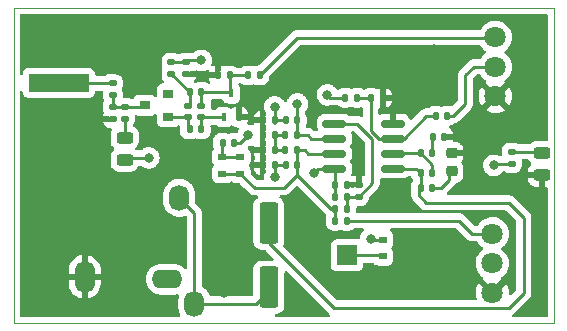
<source format=gbr>
G04 #@! TF.GenerationSoftware,KiCad,Pcbnew,(5.99.0-8616-g1e9639e89c)*
G04 #@! TF.CreationDate,2021-02-03T17:52:52+01:00*
G04 #@! TF.ProjectId,sinitsa,616c6c62-616e-4642-9e6b-696361645f70,rev?*
G04 #@! TF.SameCoordinates,Original*
G04 #@! TF.FileFunction,Copper,L1,Top*
G04 #@! TF.FilePolarity,Positive*
%FSLAX46Y46*%
G04 Gerber Fmt 4.6, Leading zero omitted, Abs format (unit mm)*
G04 Created by KiCad (PCBNEW (5.99.0-8616-g1e9639e89c)) date 2021-02-03 17:52:52*
%MOMM*%
%LPD*%
G01*
G04 APERTURE LIST*
G04 Aperture macros list*
%AMRoundRect*
0 Rectangle with rounded corners*
0 $1 Rounding radius*
0 $2 $3 $4 $5 $6 $7 $8 $9 X,Y pos of 4 corners*
0 Add a 4 corners polygon primitive as box body*
4,1,4,$2,$3,$4,$5,$6,$7,$8,$9,$2,$3,0*
0 Add four circle primitives for the rounded corners*
1,1,$1+$1,$2,$3*
1,1,$1+$1,$4,$5*
1,1,$1+$1,$6,$7*
1,1,$1+$1,$8,$9*
0 Add four rect primitives between the rounded corners*
20,1,$1+$1,$2,$3,$4,$5,0*
20,1,$1+$1,$4,$5,$6,$7,0*
20,1,$1+$1,$6,$7,$8,$9,0*
20,1,$1+$1,$8,$9,$2,$3,0*%
G04 Aperture macros list end*
G04 #@! TA.AperFunction,Profile*
%ADD10C,0.050000*%
G04 #@! TD*
G04 #@! TA.AperFunction,ComponentPad*
%ADD11O,2.600000X1.600000*%
G04 #@! TD*
G04 #@! TA.AperFunction,ComponentPad*
%ADD12O,1.700000X2.200000*%
G04 #@! TD*
G04 #@! TA.AperFunction,ComponentPad*
%ADD13O,1.700000X2.700000*%
G04 #@! TD*
G04 #@! TA.AperFunction,ComponentPad*
%ADD14R,1.700000X1.700000*%
G04 #@! TD*
G04 #@! TA.AperFunction,ComponentPad*
%ADD15O,1.700000X1.700000*%
G04 #@! TD*
G04 #@! TA.AperFunction,SMDPad,CuDef*
%ADD16RoundRect,0.147500X-0.172500X0.147500X-0.172500X-0.147500X0.172500X-0.147500X0.172500X0.147500X0*%
G04 #@! TD*
G04 #@! TA.AperFunction,SMDPad,CuDef*
%ADD17RoundRect,0.147500X0.147500X0.172500X-0.147500X0.172500X-0.147500X-0.172500X0.147500X-0.172500X0*%
G04 #@! TD*
G04 #@! TA.AperFunction,SMDPad,CuDef*
%ADD18RoundRect,0.225000X0.250000X-0.225000X0.250000X0.225000X-0.250000X0.225000X-0.250000X-0.225000X0*%
G04 #@! TD*
G04 #@! TA.AperFunction,SMDPad,CuDef*
%ADD19RoundRect,0.250000X-0.550000X1.500000X-0.550000X-1.500000X0.550000X-1.500000X0.550000X1.500000X0*%
G04 #@! TD*
G04 #@! TA.AperFunction,SMDPad,CuDef*
%ADD20RoundRect,0.147500X-0.147500X-0.172500X0.147500X-0.172500X0.147500X0.172500X-0.147500X0.172500X0*%
G04 #@! TD*
G04 #@! TA.AperFunction,SMDPad,CuDef*
%ADD21R,0.900000X0.800000*%
G04 #@! TD*
G04 #@! TA.AperFunction,SMDPad,CuDef*
%ADD22R,0.700000X0.600000*%
G04 #@! TD*
G04 #@! TA.AperFunction,SMDPad,CuDef*
%ADD23RoundRect,0.150000X0.825000X0.150000X-0.825000X0.150000X-0.825000X-0.150000X0.825000X-0.150000X0*%
G04 #@! TD*
G04 #@! TA.AperFunction,SMDPad,CuDef*
%ADD24RoundRect,0.243750X0.456250X-0.243750X0.456250X0.243750X-0.456250X0.243750X-0.456250X-0.243750X0*%
G04 #@! TD*
G04 #@! TA.AperFunction,ComponentPad*
%ADD25C,1.800000*%
G04 #@! TD*
G04 #@! TA.AperFunction,SMDPad,CuDef*
%ADD26RoundRect,0.147500X0.172500X-0.147500X0.172500X0.147500X-0.172500X0.147500X-0.172500X-0.147500X0*%
G04 #@! TD*
G04 #@! TA.AperFunction,SMDPad,CuDef*
%ADD27R,0.450000X0.700000*%
G04 #@! TD*
G04 #@! TA.AperFunction,SMDPad,CuDef*
%ADD28R,5.080000X1.500000*%
G04 #@! TD*
G04 #@! TA.AperFunction,SMDPad,CuDef*
%ADD29RoundRect,0.135000X-0.135000X-0.185000X0.135000X-0.185000X0.135000X0.185000X-0.135000X0.185000X0*%
G04 #@! TD*
G04 #@! TA.AperFunction,SMDPad,CuDef*
%ADD30RoundRect,0.140000X-0.140000X-0.170000X0.140000X-0.170000X0.140000X0.170000X-0.140000X0.170000X0*%
G04 #@! TD*
G04 #@! TA.AperFunction,ViaPad*
%ADD31C,4.000000*%
G04 #@! TD*
G04 #@! TA.AperFunction,ViaPad*
%ADD32C,0.800000*%
G04 #@! TD*
G04 #@! TA.AperFunction,Conductor*
%ADD33C,0.250000*%
G04 #@! TD*
G04 #@! TA.AperFunction,Conductor*
%ADD34C,0.127000*%
G04 #@! TD*
G04 APERTURE END LIST*
D10*
X96520000Y-105410000D02*
X96520000Y-132080000D01*
X142240000Y-105410000D02*
X142240000Y-132080000D01*
X96520000Y-132080000D02*
X142240000Y-132080000D01*
X142240000Y-105410000D02*
X96520000Y-105410000D01*
D11*
G04 #@! TO.P,J2,B,B*
G04 #@! TO.N,N/C*
X109517000Y-128384000D03*
D12*
G04 #@! TO.P,J2,R,R*
G04 #@! TO.N,Net-(C7-Pad2)*
X111817000Y-130484000D03*
D13*
G04 #@! TO.P,J2,S,S*
G04 #@! TO.N,GNDA*
X102517000Y-128184000D03*
D12*
G04 #@! TO.P,J2,T,T*
G04 #@! TO.N,Net-(C7-Pad2)*
X110517000Y-121484000D03*
G04 #@! TD*
D14*
G04 #@! TO.P,BAT1,1,Pin_1*
G04 #@! TO.N,Net-(BAT1-Pad1)*
X124714000Y-126365000D03*
D15*
G04 #@! TO.P,BAT1,2,Pin_2*
G04 #@! TO.N,GNDA*
X124714000Y-128905000D03*
G04 #@! TD*
D16*
G04 #@! TO.P,C1,1*
G04 #@! TO.N,Net-(C1-Pad1)*
X104902000Y-111783000D03*
G04 #@! TO.P,C1,2*
G04 #@! TO.N,Net-(C1-Pad2)*
X104902000Y-112753000D03*
G04 #@! TD*
D17*
G04 #@! TO.P,C2,1*
G04 #@! TO.N,Net-(C2-Pad1)*
X112372000Y-115697000D03*
G04 #@! TO.P,C2,2*
G04 #@! TO.N,Net-(C2-Pad2)*
X111402000Y-115697000D03*
G04 #@! TD*
G04 #@! TO.P,C3,1*
G04 #@! TO.N,Net-(C3-Pad1)*
X117325000Y-111125000D03*
G04 #@! TO.P,C3,2*
G04 #@! TO.N,Net-(C3-Pad2)*
X116355000Y-111125000D03*
G04 #@! TD*
G04 #@! TO.P,C4,1*
G04 #@! TO.N,Net-(C3-Pad2)*
X114785000Y-111125000D03*
G04 #@! TO.P,C4,2*
G04 #@! TO.N,GNDA*
X113815000Y-111125000D03*
G04 #@! TD*
D16*
G04 #@! TO.P,C5,1*
G04 #@! TO.N,+9V*
X111125000Y-110005000D03*
G04 #@! TO.P,C5,2*
G04 #@! TO.N,GNDA*
X111125000Y-110975000D03*
G04 #@! TD*
D18*
G04 #@! TO.P,C6,1*
G04 #@! TO.N,Net-(C6-Pad1)*
X133604000Y-119266000D03*
G04 #@! TO.P,C6,2*
G04 #@! TO.N,GNDA*
X133604000Y-117716000D03*
G04 #@! TD*
D19*
G04 #@! TO.P,C7,1*
G04 #@! TO.N,Net-(C7-Pad1)*
X118110000Y-123665000D03*
G04 #@! TO.P,C7,2*
G04 #@! TO.N,Net-(C7-Pad2)*
X118110000Y-129065000D03*
G04 #@! TD*
D20*
G04 #@! TO.P,C8,1*
G04 #@! TO.N,GNDA*
X117625000Y-116205000D03*
G04 #@! TO.P,C8,2*
G04 #@! TO.N,Net-(C11-Pad1)*
X118595000Y-116205000D03*
G04 #@! TD*
G04 #@! TO.P,C9,1*
G04 #@! TO.N,Net-(C10-Pad2)*
X119530000Y-114935000D03*
G04 #@! TO.P,C9,2*
G04 #@! TO.N,Net-(C9-Pad2)*
X120500000Y-114935000D03*
G04 #@! TD*
D17*
G04 #@! TO.P,C10,1*
G04 #@! TO.N,Net-(C10-Pad1)*
X120500000Y-118745000D03*
G04 #@! TO.P,C10,2*
G04 #@! TO.N,Net-(C10-Pad2)*
X119530000Y-118745000D03*
G04 #@! TD*
D20*
G04 #@! TO.P,C100,1*
G04 #@! TO.N,+9V*
X123721000Y-120396000D03*
G04 #@! TO.P,C100,2*
G04 #@! TO.N,GNDA*
X124691000Y-120396000D03*
G04 #@! TD*
D21*
G04 #@! TO.P,D1,*
G04 #@! TO.N,*
X109585000Y-112715000D03*
G04 #@! TO.P,D1,1,K*
G04 #@! TO.N,Net-(C1-Pad2)*
X107585000Y-113665000D03*
G04 #@! TO.P,D1,2,A*
G04 #@! TO.N,Net-(C2-Pad2)*
X109585000Y-114615000D03*
G04 #@! TD*
D22*
G04 #@! TO.P,D2,1,K*
G04 #@! TO.N,Net-(C10-Pad1)*
X115697000Y-119445000D03*
G04 #@! TO.P,D2,2,A*
G04 #@! TO.N,Net-(D2-Pad2)*
X115697000Y-118045000D03*
G04 #@! TD*
G04 #@! TO.P,D3,1,K*
G04 #@! TO.N,Net-(D2-Pad2)*
X114173000Y-118045000D03*
G04 #@! TO.P,D3,2,A*
G04 #@! TO.N,Net-(C10-Pad1)*
X114173000Y-119445000D03*
G04 #@! TD*
D23*
G04 #@! TO.P,IC1,1*
G04 #@! TO.N,Net-(C7-Pad1)*
X128611400Y-119024400D03*
G04 #@! TO.P,IC1,2,-*
G04 #@! TO.N,Net-(IC1-Pad2)*
X128611400Y-117754400D03*
G04 #@! TO.P,IC1,3,+*
G04 #@! TO.N,Net-(IC1-Pad3)*
X128611400Y-116484400D03*
G04 #@! TO.P,IC1,4,V-*
G04 #@! TO.N,GNDA*
X128611400Y-115214400D03*
G04 #@! TO.P,IC1,5,+*
G04 #@! TO.N,Net-(IC1-Pad5)*
X123661400Y-115214400D03*
G04 #@! TO.P,IC1,6,-*
G04 #@! TO.N,Net-(C9-Pad2)*
X123661400Y-116484400D03*
G04 #@! TO.P,IC1,7*
G04 #@! TO.N,Net-(C10-Pad1)*
X123661400Y-117754400D03*
G04 #@! TO.P,IC1,8,V+*
G04 #@! TO.N,+9V*
X123661400Y-119024400D03*
G04 #@! TD*
D24*
G04 #@! TO.P,L1,1,1*
G04 #@! TO.N,Net-(L1-Pad1)*
X105918000Y-118285500D03*
G04 #@! TO.P,L1,2,2*
G04 #@! TO.N,Net-(L1-Pad2)*
X105918000Y-116410500D03*
G04 #@! TD*
D16*
G04 #@! TO.P,R1,1*
G04 #@! TO.N,Net-(C1-Pad2)*
X104902000Y-113815000D03*
G04 #@! TO.P,R1,2*
G04 #@! TO.N,GNDA*
X104902000Y-114785000D03*
G04 #@! TD*
G04 #@! TO.P,R2,1*
G04 #@! TO.N,Net-(R2-Pad1)*
X111252000Y-113688000D03*
G04 #@! TO.P,R2,2*
G04 #@! TO.N,Net-(C2-Pad2)*
X111252000Y-114658000D03*
G04 #@! TD*
G04 #@! TO.P,R3,1*
G04 #@! TO.N,Net-(C3-Pad2)*
X112395000Y-113688000D03*
G04 #@! TO.P,R3,2*
G04 #@! TO.N,Net-(C2-Pad1)*
X112395000Y-114658000D03*
G04 #@! TD*
D20*
G04 #@! TO.P,R4,1*
G04 #@! TO.N,Net-(R2-Pad1)*
X111425000Y-112522000D03*
G04 #@! TO.P,R4,2*
G04 #@! TO.N,Net-(C3-Pad2)*
X112395000Y-112522000D03*
G04 #@! TD*
D16*
G04 #@! TO.P,R5,1*
G04 #@! TO.N,+9V*
X109855000Y-110005000D03*
G04 #@! TO.P,R5,2*
G04 #@! TO.N,Net-(R2-Pad1)*
X109855000Y-110975000D03*
G04 #@! TD*
D20*
G04 #@! TO.P,R7,1*
G04 #@! TO.N,Net-(C7-Pad1)*
X130960000Y-120650000D03*
G04 #@! TO.P,R7,2*
G04 #@! TO.N,Net-(C6-Pad1)*
X131930000Y-120650000D03*
G04 #@! TD*
G04 #@! TO.P,R8,1*
G04 #@! TO.N,Net-(IC1-Pad2)*
X130960000Y-117729000D03*
G04 #@! TO.P,R8,2*
G04 #@! TO.N,Net-(R8-Pad2)*
X131930000Y-117729000D03*
G04 #@! TD*
G04 #@! TO.P,R9,1*
G04 #@! TO.N,Net-(C7-Pad1)*
X130960000Y-119380000D03*
G04 #@! TO.P,R9,2*
G04 #@! TO.N,Net-(IC1-Pad2)*
X131930000Y-119380000D03*
G04 #@! TD*
D25*
G04 #@! TO.P,R18,1,1*
G04 #@! TO.N,GNDA*
X137287000Y-112903000D03*
G04 #@! TO.P,R18,2,2*
G04 #@! TO.N,Net-(R18-Pad2)*
X137287000Y-110403000D03*
G04 #@! TO.P,R18,3,3*
G04 #@! TO.N,Net-(C3-Pad1)*
X137287000Y-107903000D03*
G04 #@! TD*
D20*
G04 #@! TO.P,R11,1*
G04 #@! TO.N,+9V*
X123721000Y-121412000D03*
G04 #@! TO.P,R11,2*
G04 #@! TO.N,Net-(IC1-Pad5)*
X124691000Y-121412000D03*
G04 #@! TD*
D26*
G04 #@! TO.P,R12,1*
G04 #@! TO.N,Net-(IC1-Pad5)*
X125730000Y-121389000D03*
G04 #@! TO.P,R12,2*
G04 #@! TO.N,GNDA*
X125730000Y-120419000D03*
G04 #@! TD*
D20*
G04 #@! TO.P,R13,1*
G04 #@! TO.N,Net-(C10-Pad1)*
X123744000Y-122428000D03*
G04 #@! TO.P,R13,2*
G04 #@! TO.N,Net-(IC1-Pad5)*
X124714000Y-122428000D03*
G04 #@! TD*
G04 #@! TO.P,R14,1*
G04 #@! TO.N,Net-(D2-Pad2)*
X114196000Y-116840000D03*
G04 #@! TO.P,R14,2*
G04 #@! TO.N,Net-(C9-Pad2)*
X115166000Y-116840000D03*
G04 #@! TD*
G04 #@! TO.P,R15,1*
G04 #@! TO.N,Net-(C11-Pad1)*
X119520600Y-116205000D03*
G04 #@! TO.P,R15,2*
G04 #@! TO.N,Net-(C9-Pad2)*
X120490600Y-116205000D03*
G04 #@! TD*
D17*
G04 #@! TO.P,R16,1*
G04 #@! TO.N,Net-(C10-Pad1)*
X120490600Y-117475000D03*
G04 #@! TO.P,R16,2*
G04 #@! TO.N,Net-(C11-Pad1)*
X119520600Y-117475000D03*
G04 #@! TD*
G04 #@! TO.P,R17,1*
G04 #@! TO.N,Net-(C10-Pad2)*
X118595000Y-114935000D03*
G04 #@! TO.P,R17,2*
G04 #@! TO.N,GNDA*
X117625000Y-114935000D03*
G04 #@! TD*
D20*
G04 #@! TO.P,R19,1*
G04 #@! TO.N,Net-(C10-Pad1)*
X123721000Y-123444000D03*
G04 #@! TO.P,R19,2*
G04 #@! TO.N,Net-(R19-Pad2)*
X124691000Y-123444000D03*
G04 #@! TD*
D25*
G04 #@! TO.P,R20,1,1*
G04 #@! TO.N,GNDA*
X137033000Y-129540000D03*
G04 #@! TO.P,R20,2,2*
G04 #@! TO.N,Net-(L1-Pad1)*
X137033000Y-127040000D03*
G04 #@! TO.P,R20,3,3*
G04 #@! TO.N,Net-(R19-Pad2)*
X137033000Y-124540000D03*
G04 #@! TD*
D27*
G04 #@! TO.P,T1,1,B*
G04 #@! TO.N,Net-(C2-Pad1)*
X114285000Y-114665000D03*
G04 #@! TO.P,T1,2,E*
G04 #@! TO.N,GNDA*
X115585000Y-114665000D03*
G04 #@! TO.P,T1,3,C*
G04 #@! TO.N,Net-(C3-Pad2)*
X114935000Y-112665000D03*
G04 #@! TD*
D28*
G04 #@! TO.P,X1,1,In*
G04 #@! TO.N,Net-(C1-Pad1)*
X100330000Y-111760000D03*
G04 #@! TO.P,X1,2,Ext*
G04 #@! TO.N,GNDA*
X100330000Y-116010000D03*
X100330000Y-107510000D03*
G04 #@! TD*
D24*
G04 #@! TO.P,LED1,1,K*
G04 #@! TO.N,GNDA*
X141224000Y-119555500D03*
G04 #@! TO.P,LED1,2,A*
G04 #@! TO.N,Net-(LED1-Pad2)*
X141224000Y-117680500D03*
G04 #@! TD*
D26*
G04 #@! TO.P,R10,1*
G04 #@! TO.N,+9V*
X138684000Y-118595000D03*
G04 #@! TO.P,R10,2*
G04 #@! TO.N,Net-(LED1-Pad2)*
X138684000Y-117625000D03*
G04 #@! TD*
D17*
G04 #@! TO.P,C11,1*
G04 #@! TO.N,Net-(C11-Pad1)*
X118595000Y-117475000D03*
G04 #@! TO.P,C11,2*
G04 #@! TO.N,GNDA*
X117625000Y-117475000D03*
G04 #@! TD*
G04 #@! TO.P,R21,1*
G04 #@! TO.N,Net-(C10-Pad2)*
X118595000Y-118745000D03*
G04 #@! TO.P,R21,2*
G04 #@! TO.N,GNDA*
X117625000Y-118745000D03*
G04 #@! TD*
D29*
G04 #@! TO.P,R22,1*
G04 #@! TO.N,Net-(IC1-Pad3)*
X126746000Y-113030000D03*
G04 #@! TO.P,R22,2*
G04 #@! TO.N,GNDA*
X127766000Y-113030000D03*
G04 #@! TD*
D26*
G04 #@! TO.P,L2,1,1*
G04 #@! TO.N,Net-(L1-Pad2)*
X105918000Y-114785000D03*
G04 #@! TO.P,L2,2,2*
G04 #@! TO.N,Net-(C1-Pad2)*
X105918000Y-113815000D03*
G04 #@! TD*
D30*
G04 #@! TO.P,C12,1*
G04 #@! TO.N,Net-(IC1-Pad3)*
X132235000Y-114554000D03*
G04 #@! TO.P,C12,2*
G04 #@! TO.N,Net-(R18-Pad2)*
X133195000Y-114554000D03*
G04 #@! TD*
D29*
G04 #@! TO.P,R6,1*
G04 #@! TO.N,+9V*
X124585000Y-113030000D03*
G04 #@! TO.P,R6,2*
G04 #@! TO.N,Net-(IC1-Pad3)*
X125605000Y-113030000D03*
G04 #@! TD*
D30*
G04 #@! TO.P,C13,1*
G04 #@! TO.N,Net-(R8-Pad2)*
X131981000Y-116332000D03*
G04 #@! TO.P,C13,2*
G04 #@! TO.N,GNDA*
X132941000Y-116332000D03*
G04 #@! TD*
D22*
G04 #@! TO.P,D4,1,K*
G04 #@! TO.N,+9V*
X127762000Y-125030000D03*
G04 #@! TO.P,D4,2,A*
G04 #@! TO.N,Net-(BAT1-Pad1)*
X127762000Y-126430000D03*
G04 #@! TD*
D31*
G04 #@! TO.N,GNDA*
X106045000Y-109220000D03*
D32*
X140970000Y-106680000D03*
X120396000Y-130556000D03*
X139065000Y-120650000D03*
X121920000Y-106680000D03*
X111760000Y-106680000D03*
D31*
X132080000Y-110490000D03*
D32*
X107950000Y-111125000D03*
X127000000Y-106680000D03*
X128905000Y-121285000D03*
D31*
X132080000Y-127000000D03*
D32*
X106680000Y-106680000D03*
X101600000Y-118745000D03*
X119380000Y-111760000D03*
X140970000Y-125730000D03*
X114935000Y-121920000D03*
X114300000Y-129540000D03*
X106680000Y-121920000D03*
X116840000Y-106680000D03*
X132080000Y-106680000D03*
X101600000Y-121920000D03*
X125730000Y-116840000D03*
X129413000Y-113030000D03*
X110490000Y-118110000D03*
G04 #@! TO.N,+9V*
X121920000Y-119380000D03*
X123063000Y-112776000D03*
X137160000Y-118745000D03*
X112395000Y-109855000D03*
X126746000Y-124968000D03*
G04 #@! TO.N,Net-(C9-Pad2)*
X116332000Y-116205000D03*
X120523000Y-113538000D03*
G04 #@! TO.N,Net-(C10-Pad2)*
X118618000Y-113792000D03*
X118618000Y-119761000D03*
G04 #@! TO.N,Net-(L1-Pad1)*
X107950000Y-118110000D03*
G04 #@! TD*
D33*
G04 #@! TO.N,GNDA*
X133591000Y-117729000D02*
X133604000Y-117716000D01*
G04 #@! TO.N,+9V*
X112395000Y-109855000D02*
X111275000Y-109855000D01*
X127762000Y-125030000D02*
X126808000Y-125030000D01*
X123721000Y-119084000D02*
X123661400Y-119024400D01*
X123661400Y-119024400D02*
X122275600Y-119024400D01*
X137310000Y-118595000D02*
X137160000Y-118745000D01*
X111125000Y-110005000D02*
X109855000Y-110005000D01*
X126808000Y-125030000D02*
X126746000Y-124968000D01*
X123317000Y-113030000D02*
X123063000Y-112776000D01*
X138684000Y-118595000D02*
X137310000Y-118595000D01*
X123721000Y-121412000D02*
X123721000Y-120396000D01*
X124585000Y-113030000D02*
X123317000Y-113030000D01*
X123721000Y-120396000D02*
X123721000Y-119084000D01*
X111275000Y-109855000D02*
X111125000Y-110005000D01*
X122275600Y-119024400D02*
X121920000Y-119380000D01*
G04 #@! TO.N,Net-(C1-Pad2)*
X105918000Y-113815000D02*
X107435000Y-113815000D01*
X107435000Y-113815000D02*
X107585000Y-113665000D01*
X104902000Y-113815000D02*
X105918000Y-113815000D01*
X104902000Y-112753000D02*
X104902000Y-113815000D01*
G04 #@! TO.N,Net-(C1-Pad1)*
X100330000Y-111760000D02*
X100353000Y-111783000D01*
X100353000Y-111783000D02*
X104902000Y-111783000D01*
G04 #@! TO.N,Net-(C2-Pad2)*
X111252000Y-114658000D02*
X111252000Y-115547000D01*
X111252000Y-114658000D02*
X109628000Y-114658000D01*
X111252000Y-115547000D02*
X111402000Y-115697000D01*
X109628000Y-114658000D02*
X109585000Y-114615000D01*
G04 #@! TO.N,Net-(C2-Pad1)*
X112395000Y-114658000D02*
X114278000Y-114658000D01*
X112372000Y-114681000D02*
X112395000Y-114658000D01*
X112395000Y-115674000D02*
X112372000Y-115697000D01*
X114278000Y-114658000D02*
X114285000Y-114665000D01*
X112395000Y-114658000D02*
X112395000Y-115674000D01*
G04 #@! TO.N,Net-(C3-Pad2)*
X112395000Y-112522000D02*
X112395000Y-113688000D01*
X114785000Y-111125000D02*
X114785000Y-112515000D01*
X114935000Y-112665000D02*
X114792000Y-112522000D01*
X114785000Y-112515000D02*
X114935000Y-112665000D01*
X114792000Y-112522000D02*
X112395000Y-112522000D01*
X116355000Y-111125000D02*
X114785000Y-111125000D01*
G04 #@! TO.N,Net-(C3-Pad1)*
X136445000Y-107903000D02*
X137287000Y-107903000D01*
X136398000Y-107950000D02*
X136445000Y-107903000D01*
X117325000Y-111125000D02*
X120500000Y-107950000D01*
X120500000Y-107950000D02*
X136398000Y-107950000D01*
G04 #@! TO.N,Net-(C6-Pad1)*
X131930000Y-120650000D02*
X132715000Y-120650000D01*
X133350000Y-120015000D02*
X133350000Y-119520000D01*
X132715000Y-120650000D02*
X133350000Y-120015000D01*
X133350000Y-119520000D02*
X133604000Y-119266000D01*
G04 #@! TO.N,Net-(C7-Pad2)*
X117041000Y-130484000D02*
X118110000Y-129415000D01*
X111817000Y-122784000D02*
X111817000Y-130484000D01*
X110517000Y-121484000D02*
X111817000Y-122784000D01*
X111817000Y-130484000D02*
X117041000Y-130484000D01*
G04 #@! TO.N,Net-(C7-Pad1)*
X139700000Y-129540000D02*
X139700000Y-123190000D01*
X128611400Y-119024400D02*
X130604400Y-119024400D01*
X130604400Y-119024400D02*
X130960000Y-119380000D01*
X130810000Y-121285000D02*
X130810000Y-120800000D01*
X138430000Y-121920000D02*
X131445000Y-121920000D01*
X138430000Y-130810000D02*
X139700000Y-129540000D01*
X118110000Y-123315000D02*
X118110000Y-125314999D01*
X131445000Y-121920000D02*
X130810000Y-121285000D01*
X130960000Y-119380000D02*
X130960000Y-120650000D01*
X139700000Y-123190000D02*
X138430000Y-121920000D01*
X130810000Y-120800000D02*
X130960000Y-120650000D01*
X123605001Y-130810000D02*
X138430000Y-130810000D01*
X118110000Y-125314999D02*
X123605001Y-130810000D01*
G04 #@! TO.N,Net-(C9-Pad2)*
X121412000Y-116205000D02*
X121691400Y-116484400D01*
X115166000Y-116840000D02*
X115697000Y-116840000D01*
X115697000Y-116840000D02*
X116332000Y-116205000D01*
X120490600Y-116205000D02*
X121412000Y-116205000D01*
X120523000Y-114912000D02*
X120500000Y-114935000D01*
X120500000Y-114935000D02*
X120500000Y-116195600D01*
X121691400Y-116484400D02*
X123661400Y-116484400D01*
X120523000Y-113538000D02*
X120523000Y-114912000D01*
X120500000Y-116195600D02*
X120490600Y-116205000D01*
G04 #@! TO.N,Net-(C10-Pad2)*
X118595000Y-118745000D02*
X119530000Y-118745000D01*
X118618000Y-113792000D02*
X118618000Y-114912000D01*
D34*
X118595000Y-114935000D02*
X118595000Y-115212000D01*
D33*
X118595000Y-118745000D02*
X118595000Y-119738000D01*
X119530000Y-114935000D02*
X118595000Y-114935000D01*
X118595000Y-119738000D02*
X118618000Y-119761000D01*
X118618000Y-114912000D02*
X118595000Y-114935000D01*
G04 #@! TO.N,Net-(C10-Pad1)*
X121437400Y-117754400D02*
X123661400Y-117754400D01*
X116902000Y-120650000D02*
X115697000Y-119445000D01*
X120500000Y-118745000D02*
X120500000Y-119530000D01*
X123744000Y-123421000D02*
X123721000Y-123444000D01*
X120500000Y-119530000D02*
X119380000Y-120650000D01*
X120500000Y-118745000D02*
X120500000Y-117484400D01*
X114173000Y-119445000D02*
X115697000Y-119445000D01*
X119380000Y-120650000D02*
X116902000Y-120650000D01*
X120500000Y-117484400D02*
X120490600Y-117475000D01*
X123744000Y-122428000D02*
X123744000Y-123421000D01*
X123398000Y-122428000D02*
X120500000Y-119530000D01*
X123744000Y-122428000D02*
X123398000Y-122428000D01*
X120490600Y-117475000D02*
X121158000Y-117475000D01*
X121158000Y-117475000D02*
X121437400Y-117754400D01*
G04 #@! TO.N,Net-(D2-Pad2)*
X114173000Y-118045000D02*
X115697000Y-118045000D01*
X114173000Y-116863000D02*
X114196000Y-116840000D01*
X114173000Y-118045000D02*
X114173000Y-116863000D01*
G04 #@! TO.N,Net-(IC1-Pad5)*
X125603226Y-115214400D02*
X123661400Y-115214400D01*
X124714000Y-122428000D02*
X124714000Y-121435000D01*
X125730000Y-121389000D02*
X126873000Y-120246000D01*
X125707000Y-121412000D02*
X125730000Y-121389000D01*
X126873000Y-116484174D02*
X125603226Y-115214400D01*
X124714000Y-121435000D02*
X124691000Y-121412000D01*
X124691000Y-121412000D02*
X125707000Y-121412000D01*
X126873000Y-120246000D02*
X126873000Y-116484174D01*
G04 #@! TO.N,Net-(IC1-Pad3)*
X125605000Y-113030000D02*
X126746000Y-113030000D01*
X127406400Y-116484400D02*
X126746000Y-115824000D01*
X131445000Y-114554000D02*
X132235000Y-114554000D01*
X128611400Y-116484400D02*
X129514600Y-116484400D01*
X129514600Y-116484400D02*
X131445000Y-114554000D01*
X128611400Y-116484400D02*
X127406400Y-116484400D01*
X126746000Y-115824000D02*
X126746000Y-113030000D01*
G04 #@! TO.N,Net-(IC1-Pad2)*
X131930000Y-119380000D02*
X131930000Y-118699000D01*
X131930000Y-118699000D02*
X130960000Y-117729000D01*
X128636800Y-117729000D02*
X128611400Y-117754400D01*
X130960000Y-117729000D02*
X128636800Y-117729000D01*
G04 #@! TO.N,Net-(L1-Pad1)*
X106093500Y-118110000D02*
X105918000Y-118285500D01*
X107950000Y-118110000D02*
X106093500Y-118110000D01*
G04 #@! TO.N,Net-(R2-Pad1)*
X111402000Y-112522000D02*
X109855000Y-110975000D01*
X111425000Y-112522000D02*
X111425000Y-113515000D01*
X111425000Y-113515000D02*
X111252000Y-113688000D01*
X111425000Y-112522000D02*
X111402000Y-112522000D01*
G04 #@! TO.N,Net-(R19-Pad2)*
X134232038Y-123444000D02*
X135328038Y-124540000D01*
X135328038Y-124540000D02*
X137033000Y-124540000D01*
X124691000Y-123444000D02*
X134232038Y-123444000D01*
G04 #@! TO.N,Net-(LED1-Pad2)*
X138716000Y-117593000D02*
X138684000Y-117625000D01*
X141224000Y-117593000D02*
X138716000Y-117593000D01*
G04 #@! TO.N,Net-(R18-Pad2)*
X133731000Y-114554000D02*
X133195000Y-114554000D01*
X137287000Y-110403000D02*
X135469000Y-110403000D01*
X134747000Y-113538000D02*
X133731000Y-114554000D01*
X135469000Y-110403000D02*
X134747000Y-111125000D01*
X134747000Y-111125000D02*
X134747000Y-113538000D01*
G04 #@! TO.N,Net-(C11-Pad1)*
X118595000Y-116205000D02*
X118595000Y-117475000D01*
X119520600Y-117475000D02*
X118595000Y-117475000D01*
X118595000Y-116205000D02*
X119520600Y-116205000D01*
G04 #@! TO.N,Net-(L1-Pad2)*
X105918000Y-114785000D02*
X105918000Y-116410500D01*
G04 #@! TO.N,Net-(BAT1-Pad1)*
X127697000Y-126365000D02*
X127762000Y-126430000D01*
X124714000Y-126365000D02*
X127697000Y-126365000D01*
G04 #@! TO.N,Net-(R8-Pad2)*
X131930000Y-116383000D02*
X131981000Y-116332000D01*
X131930000Y-117729000D02*
X131930000Y-116383000D01*
G04 #@! TD*
G04 #@! TA.AperFunction,Conductor*
G04 #@! TO.N,GNDA*
G36*
X104015821Y-112436502D02*
G01*
X104062314Y-112490158D01*
X104071504Y-112544620D01*
X104073500Y-112544620D01*
X104073500Y-112940078D01*
X104089267Y-113064884D01*
X104150261Y-113218939D01*
X104154921Y-113225353D01*
X104155175Y-113225815D01*
X104170463Y-113295146D01*
X104158768Y-113340160D01*
X104100852Y-113463240D01*
X104073500Y-113606620D01*
X104073500Y-114002078D01*
X104089267Y-114126884D01*
X104132274Y-114235509D01*
X104140610Y-114256563D01*
X104147089Y-114327263D01*
X104137466Y-114356594D01*
X104104703Y-114426220D01*
X104099842Y-114441181D01*
X104086102Y-114513206D01*
X104087373Y-114526245D01*
X104102297Y-114531000D01*
X104369252Y-114531000D01*
X104422900Y-114542992D01*
X104518063Y-114587772D01*
X104518071Y-114587775D01*
X104525240Y-114591148D01*
X104620378Y-114609297D01*
X104653948Y-114615701D01*
X104668620Y-114618500D01*
X104963500Y-114618500D01*
X105031621Y-114638502D01*
X105078114Y-114692158D01*
X105089500Y-114744500D01*
X105089500Y-114913000D01*
X105069498Y-114981121D01*
X105015842Y-115027614D01*
X104963500Y-115039000D01*
X104100569Y-115039000D01*
X104086692Y-115043075D01*
X104084655Y-115056426D01*
X104088757Y-115088892D01*
X104092670Y-115104132D01*
X104147779Y-115243324D01*
X104155361Y-115257114D01*
X104243356Y-115378229D01*
X104254125Y-115389696D01*
X104369479Y-115485127D01*
X104382758Y-115493554D01*
X104518221Y-115557297D01*
X104533181Y-115562159D01*
X104662805Y-115586886D01*
X104674593Y-115588000D01*
X104709183Y-115588000D01*
X104777304Y-115608002D01*
X104823797Y-115661658D01*
X104833901Y-115731932D01*
X104818137Y-115777285D01*
X104777121Y-115847900D01*
X104767306Y-115864797D01*
X104716468Y-116032653D01*
X104715894Y-116039089D01*
X104715893Y-116039092D01*
X104711089Y-116092923D01*
X104709500Y-116110727D01*
X104709500Y-116697137D01*
X104724810Y-116828455D01*
X104727306Y-116835332D01*
X104727307Y-116835335D01*
X104780816Y-116982747D01*
X104784652Y-116993316D01*
X104851647Y-117095500D01*
X104866333Y-117117900D01*
X104880814Y-117139988D01*
X104886126Y-117145020D01*
X104886130Y-117145025D01*
X105004283Y-117256953D01*
X105039981Y-117318322D01*
X105036833Y-117389249D01*
X104995839Y-117447214D01*
X104986722Y-117453792D01*
X104976012Y-117460814D01*
X104855396Y-117588139D01*
X104851721Y-117594466D01*
X104851718Y-117594470D01*
X104771907Y-117731876D01*
X104767306Y-117739797D01*
X104716468Y-117907653D01*
X104715894Y-117914089D01*
X104715893Y-117914092D01*
X104710792Y-117971252D01*
X104709500Y-117985727D01*
X104709500Y-118572137D01*
X104714430Y-118614421D01*
X104721901Y-118678500D01*
X104724810Y-118703455D01*
X104784652Y-118868316D01*
X104826198Y-118931684D01*
X104873004Y-119003075D01*
X104880814Y-119014988D01*
X105008139Y-119135604D01*
X105014466Y-119139279D01*
X105014470Y-119139282D01*
X105153466Y-119220017D01*
X105153468Y-119220018D01*
X105159797Y-119223694D01*
X105327653Y-119274532D01*
X105334089Y-119275106D01*
X105334092Y-119275107D01*
X105402934Y-119281251D01*
X105402940Y-119281251D01*
X105405727Y-119281500D01*
X106417137Y-119281500D01*
X106509877Y-119270688D01*
X106541183Y-119267038D01*
X106541184Y-119267038D01*
X106548455Y-119266190D01*
X106555332Y-119263694D01*
X106555335Y-119263693D01*
X106706437Y-119208845D01*
X106713316Y-119206348D01*
X106859988Y-119110186D01*
X106980604Y-118982861D01*
X106984279Y-118976534D01*
X106984282Y-118976530D01*
X107065016Y-118837536D01*
X107065017Y-118837533D01*
X107068694Y-118831203D01*
X107070816Y-118824195D01*
X107072963Y-118819258D01*
X107118469Y-118764763D01*
X107188513Y-118743500D01*
X107241806Y-118743500D01*
X107309927Y-118763502D01*
X107329151Y-118779842D01*
X107329425Y-118779538D01*
X107334327Y-118783952D01*
X107338749Y-118788863D01*
X107344091Y-118792744D01*
X107344093Y-118792746D01*
X107458104Y-118875579D01*
X107493250Y-118901114D01*
X107499278Y-118903798D01*
X107499280Y-118903799D01*
X107618947Y-118957078D01*
X107667713Y-118978790D01*
X107758620Y-118998113D01*
X107848056Y-119017124D01*
X107848061Y-119017124D01*
X107854513Y-119018496D01*
X108045487Y-119018496D01*
X108051939Y-119017124D01*
X108051944Y-119017124D01*
X108141380Y-118998113D01*
X108232287Y-118978790D01*
X108281053Y-118957078D01*
X108400720Y-118903799D01*
X108400722Y-118903798D01*
X108406750Y-118901114D01*
X108441896Y-118875579D01*
X108555907Y-118792746D01*
X108555909Y-118792744D01*
X108561251Y-118788863D01*
X108584878Y-118762623D01*
X108684618Y-118651850D01*
X108684619Y-118651849D01*
X108689037Y-118646942D01*
X108770537Y-118505780D01*
X108781220Y-118487277D01*
X108781221Y-118487276D01*
X108784524Y-118481554D01*
X108823207Y-118362500D01*
X108841498Y-118306206D01*
X108841498Y-118306205D01*
X108843538Y-118299927D01*
X108845274Y-118283415D01*
X108862810Y-118116565D01*
X108863500Y-118110000D01*
X108850733Y-117988529D01*
X108844228Y-117926637D01*
X108844228Y-117926636D01*
X108843538Y-117920073D01*
X108830159Y-117878895D01*
X108787117Y-117746426D01*
X108784524Y-117738446D01*
X108779071Y-117729000D01*
X108709930Y-117609246D01*
X108689037Y-117573058D01*
X108681621Y-117564821D01*
X108565673Y-117436048D01*
X108565672Y-117436047D01*
X108561251Y-117431137D01*
X108555909Y-117427256D01*
X108555907Y-117427254D01*
X108412092Y-117322767D01*
X108412091Y-117322766D01*
X108406750Y-117318886D01*
X108400722Y-117316202D01*
X108400720Y-117316201D01*
X108238318Y-117243895D01*
X108238317Y-117243895D01*
X108232287Y-117241210D01*
X108138887Y-117221357D01*
X108051944Y-117202876D01*
X108051939Y-117202876D01*
X108045487Y-117201504D01*
X107854513Y-117201504D01*
X107848061Y-117202876D01*
X107848056Y-117202876D01*
X107761113Y-117221357D01*
X107667713Y-117241210D01*
X107661683Y-117243895D01*
X107661682Y-117243895D01*
X107499280Y-117316201D01*
X107499278Y-117316202D01*
X107493250Y-117318886D01*
X107487909Y-117322766D01*
X107487908Y-117322767D01*
X107344093Y-117427254D01*
X107344091Y-117427256D01*
X107338749Y-117431137D01*
X107334328Y-117436047D01*
X107329425Y-117440462D01*
X107328299Y-117439211D01*
X107275000Y-117472049D01*
X107241806Y-117476500D01*
X106921456Y-117476500D01*
X106853335Y-117456498D01*
X106834814Y-117441983D01*
X106831719Y-117439051D01*
X106796020Y-117377687D01*
X106799163Y-117306760D01*
X106840154Y-117248792D01*
X106849283Y-117242205D01*
X106853866Y-117239200D01*
X106853867Y-117239199D01*
X106859988Y-117235186D01*
X106980604Y-117107861D01*
X106984279Y-117101534D01*
X106984282Y-117101530D01*
X107065017Y-116962534D01*
X107065018Y-116962532D01*
X107068694Y-116956203D01*
X107119532Y-116788347D01*
X107120993Y-116771985D01*
X107126251Y-116713066D01*
X107126251Y-116713060D01*
X107126500Y-116710273D01*
X107126500Y-116123863D01*
X107114424Y-116020284D01*
X107112038Y-115999817D01*
X107112038Y-115999816D01*
X107111190Y-115992545D01*
X107107741Y-115983041D01*
X107053845Y-115834563D01*
X107051348Y-115827684D01*
X106955186Y-115681012D01*
X106827861Y-115560396D01*
X106682420Y-115475917D01*
X106633563Y-115424407D01*
X106620309Y-115354658D01*
X106639321Y-115299451D01*
X106643550Y-115292788D01*
X106648601Y-115286682D01*
X106651974Y-115279513D01*
X106651977Y-115279509D01*
X106715771Y-115143938D01*
X106715772Y-115143933D01*
X106719148Y-115136760D01*
X106740639Y-115024102D01*
X106745386Y-114999220D01*
X106745386Y-114999219D01*
X106746500Y-114993380D01*
X106746500Y-114642407D01*
X106766502Y-114574286D01*
X106820158Y-114527793D01*
X106890432Y-114517689D01*
X106924842Y-114527793D01*
X106982135Y-114553958D01*
X106982138Y-114553959D01*
X106990330Y-114557700D01*
X106999245Y-114558982D01*
X106999246Y-114558982D01*
X107130552Y-114577861D01*
X107130559Y-114577862D01*
X107135000Y-114578500D01*
X108035000Y-114578500D01*
X108108079Y-114573273D01*
X108186165Y-114550345D01*
X108239670Y-114534635D01*
X108239672Y-114534634D01*
X108248316Y-114532096D01*
X108296336Y-114501235D01*
X108363691Y-114457949D01*
X108363694Y-114457947D01*
X108371271Y-114453077D01*
X108377172Y-114446267D01*
X108400276Y-114419604D01*
X108460003Y-114381221D01*
X108530999Y-114381221D01*
X108590725Y-114419605D01*
X108620218Y-114484186D01*
X108621500Y-114502117D01*
X108621500Y-115015000D01*
X108626727Y-115088079D01*
X108642888Y-115143119D01*
X108662711Y-115210629D01*
X108667904Y-115228316D01*
X108690579Y-115263599D01*
X108742051Y-115343691D01*
X108742053Y-115343694D01*
X108746923Y-115351271D01*
X108753733Y-115357172D01*
X108850569Y-115441082D01*
X108850572Y-115441084D01*
X108857381Y-115446984D01*
X108865579Y-115450728D01*
X108950811Y-115489652D01*
X108990330Y-115507700D01*
X108999245Y-115508982D01*
X108999246Y-115508982D01*
X109130552Y-115527861D01*
X109130559Y-115527862D01*
X109135000Y-115528500D01*
X110035000Y-115528500D01*
X110108079Y-115523273D01*
X110194690Y-115497842D01*
X110239670Y-115484635D01*
X110239672Y-115484634D01*
X110248316Y-115482096D01*
X110312790Y-115440661D01*
X110363691Y-115407949D01*
X110363694Y-115407947D01*
X110371271Y-115403077D01*
X110377276Y-115396147D01*
X110377409Y-115396061D01*
X110383982Y-115390366D01*
X110384801Y-115391311D01*
X110437003Y-115357764D01*
X110508000Y-115357764D01*
X110567725Y-115396148D01*
X110597218Y-115460730D01*
X110598500Y-115478660D01*
X110598500Y-115909078D01*
X110614267Y-116033884D01*
X110624835Y-116060576D01*
X110671033Y-116177259D01*
X110675261Y-116187939D01*
X110772652Y-116321986D01*
X110778760Y-116327039D01*
X110892350Y-116421009D01*
X110900318Y-116427601D01*
X110907489Y-116430975D01*
X110907490Y-116430976D01*
X111043062Y-116494771D01*
X111043067Y-116494772D01*
X111050240Y-116498148D01*
X111193620Y-116525500D01*
X111589078Y-116525500D01*
X111713884Y-116509733D01*
X111772296Y-116486606D01*
X111842930Y-116458641D01*
X111913630Y-116452162D01*
X111942960Y-116461784D01*
X111962612Y-116471031D01*
X112020240Y-116498148D01*
X112028019Y-116499632D01*
X112028022Y-116499633D01*
X112157780Y-116524386D01*
X112163620Y-116525500D01*
X112559078Y-116525500D01*
X112683884Y-116509733D01*
X112740535Y-116487304D01*
X112830565Y-116451659D01*
X112830568Y-116451657D01*
X112837939Y-116448739D01*
X112971986Y-116351348D01*
X112992096Y-116327039D01*
X113072549Y-116229789D01*
X113072550Y-116229788D01*
X113077601Y-116223682D01*
X113094420Y-116187939D01*
X113144771Y-116080938D01*
X113144772Y-116080933D01*
X113148148Y-116073760D01*
X113175500Y-115930380D01*
X113175500Y-115484922D01*
X113173539Y-115469395D01*
X113170707Y-115446984D01*
X113168977Y-115433291D01*
X113180282Y-115363203D01*
X113227687Y-115310351D01*
X113293983Y-115291500D01*
X113564709Y-115291500D01*
X113632830Y-115311502D01*
X113659573Y-115338244D01*
X113661149Y-115336879D01*
X113667051Y-115343691D01*
X113671923Y-115351271D01*
X113678733Y-115357172D01*
X113775569Y-115441082D01*
X113775572Y-115441084D01*
X113782381Y-115446984D01*
X113790579Y-115450728D01*
X113875811Y-115489652D01*
X113915330Y-115507700D01*
X113924245Y-115508982D01*
X113924246Y-115508982D01*
X114055552Y-115527861D01*
X114055559Y-115527862D01*
X114060000Y-115528500D01*
X114510000Y-115528500D01*
X114583079Y-115523273D01*
X114669690Y-115497842D01*
X114714670Y-115484635D01*
X114714672Y-115484634D01*
X114723316Y-115482096D01*
X114813081Y-115424407D01*
X114838695Y-115407946D01*
X114838696Y-115407945D01*
X114846271Y-115403077D01*
X114852167Y-115396272D01*
X114855878Y-115393057D01*
X114920459Y-115363564D01*
X114990733Y-115373669D01*
X115020901Y-115393057D01*
X115075840Y-115440661D01*
X115090848Y-115450307D01*
X115207275Y-115503477D01*
X115224388Y-115508502D01*
X115355554Y-115527361D01*
X115364495Y-115528000D01*
X115455587Y-115528000D01*
X115523708Y-115548002D01*
X115570201Y-115601658D01*
X115580305Y-115671932D01*
X115564706Y-115717000D01*
X115521070Y-115792580D01*
X115497476Y-115833446D01*
X115495435Y-115839728D01*
X115495434Y-115839730D01*
X115487580Y-115863904D01*
X115471625Y-115913009D01*
X115467912Y-115924436D01*
X115427839Y-115983041D01*
X115362442Y-116010679D01*
X115348079Y-116011500D01*
X114978922Y-116011500D01*
X114854116Y-116027267D01*
X114816336Y-116042225D01*
X114725070Y-116078359D01*
X114654370Y-116084838D01*
X114625040Y-116075216D01*
X114554928Y-116042225D01*
X114547760Y-116038852D01*
X114539981Y-116037368D01*
X114539978Y-116037367D01*
X114410220Y-116012614D01*
X114410219Y-116012614D01*
X114404380Y-116011500D01*
X114008922Y-116011500D01*
X113884116Y-116027267D01*
X113846336Y-116042225D01*
X113737435Y-116085341D01*
X113737432Y-116085343D01*
X113730061Y-116088261D01*
X113596014Y-116185652D01*
X113590961Y-116191760D01*
X113559501Y-116229789D01*
X113490399Y-116313318D01*
X113487025Y-116320489D01*
X113487024Y-116320490D01*
X113423229Y-116456062D01*
X113423228Y-116456067D01*
X113419852Y-116463240D01*
X113392500Y-116606620D01*
X113392500Y-117052078D01*
X113408267Y-117176884D01*
X113449502Y-117281031D01*
X113453650Y-117291509D01*
X113460129Y-117362209D01*
X113431722Y-117420404D01*
X113415562Y-117439054D01*
X113396918Y-117460569D01*
X113396916Y-117460572D01*
X113391016Y-117467381D01*
X113330300Y-117600330D01*
X113329018Y-117609245D01*
X113329018Y-117609246D01*
X113310139Y-117740552D01*
X113310138Y-117740559D01*
X113309500Y-117745000D01*
X113309500Y-118345000D01*
X113314727Y-118418079D01*
X113331754Y-118476069D01*
X113352976Y-118548343D01*
X113355904Y-118558316D01*
X113360774Y-118565894D01*
X113360775Y-118565896D01*
X113433904Y-118679686D01*
X113453906Y-118747807D01*
X113433904Y-118815928D01*
X113423132Y-118830318D01*
X113391016Y-118867381D01*
X113330300Y-119000330D01*
X113329018Y-119009245D01*
X113329018Y-119009246D01*
X113310139Y-119140552D01*
X113310138Y-119140559D01*
X113309500Y-119145000D01*
X113309500Y-119745000D01*
X113314727Y-119818079D01*
X113333103Y-119880663D01*
X113351540Y-119943452D01*
X113355904Y-119958316D01*
X113360775Y-119965895D01*
X113430051Y-120073691D01*
X113430053Y-120073694D01*
X113434923Y-120081271D01*
X113441733Y-120087172D01*
X113538569Y-120171082D01*
X113538572Y-120171084D01*
X113545381Y-120176984D01*
X113553579Y-120180728D01*
X113647123Y-120223448D01*
X113678330Y-120237700D01*
X113687245Y-120238982D01*
X113687246Y-120238982D01*
X113818552Y-120257861D01*
X113818559Y-120257862D01*
X113823000Y-120258500D01*
X114523000Y-120258500D01*
X114596079Y-120253273D01*
X114674165Y-120230345D01*
X114727670Y-120214635D01*
X114727672Y-120214634D01*
X114736316Y-120212096D01*
X114859271Y-120133077D01*
X114859486Y-120132829D01*
X114920075Y-120105156D01*
X114990350Y-120115258D01*
X115020524Y-120134649D01*
X115062569Y-120171082D01*
X115062572Y-120171084D01*
X115069381Y-120176984D01*
X115077579Y-120180728D01*
X115171123Y-120223448D01*
X115202330Y-120237700D01*
X115211245Y-120238982D01*
X115211246Y-120238982D01*
X115342552Y-120257861D01*
X115342559Y-120257862D01*
X115347000Y-120258500D01*
X115562405Y-120258500D01*
X115630526Y-120278502D01*
X115651501Y-120295405D01*
X116033095Y-120677000D01*
X116398623Y-121042528D01*
X116405972Y-121050606D01*
X116410027Y-121056995D01*
X116415802Y-121062418D01*
X116458862Y-121102854D01*
X116461704Y-121105609D01*
X116482033Y-121125938D01*
X116485453Y-121128590D01*
X116494476Y-121136297D01*
X116526699Y-121166557D01*
X116533643Y-121170374D01*
X116533648Y-121170378D01*
X116544450Y-121176316D01*
X116560977Y-121187172D01*
X116576977Y-121199583D01*
X116584248Y-121202730D01*
X116584249Y-121202730D01*
X116593229Y-121206616D01*
X116607617Y-121212842D01*
X116617551Y-121217141D01*
X116628207Y-121222362D01*
X116666952Y-121243662D01*
X116674635Y-121245634D01*
X116674636Y-121245635D01*
X116686568Y-121248699D01*
X116705272Y-121255103D01*
X116716585Y-121259999D01*
X116716592Y-121260001D01*
X116723864Y-121263148D01*
X116731688Y-121264387D01*
X116731691Y-121264388D01*
X116767535Y-121270065D01*
X116779156Y-121272472D01*
X116815552Y-121281816D01*
X116821975Y-121283465D01*
X116822531Y-121283500D01*
X116842452Y-121283500D01*
X116862162Y-121285051D01*
X116874114Y-121286944D01*
X116874115Y-121286944D01*
X116881944Y-121288184D01*
X116889836Y-121287438D01*
X116925582Y-121284059D01*
X116937440Y-121283500D01*
X117099390Y-121283500D01*
X117167511Y-121303502D01*
X117214004Y-121357158D01*
X117224108Y-121427432D01*
X117194614Y-121492012D01*
X117168475Y-121514872D01*
X117070253Y-121579269D01*
X116948642Y-121707645D01*
X116859825Y-121860555D01*
X116808567Y-122029796D01*
X116801500Y-122108978D01*
X116801500Y-125207886D01*
X116816978Y-125340643D01*
X116819474Y-125347521D01*
X116819475Y-125347523D01*
X116856845Y-125450475D01*
X116877313Y-125506864D01*
X116974269Y-125654747D01*
X117102645Y-125776358D01*
X117255555Y-125865175D01*
X117424796Y-125916433D01*
X117431236Y-125917008D01*
X117431237Y-125917008D01*
X117501185Y-125923251D01*
X117501191Y-125923251D01*
X117503978Y-125923500D01*
X117770407Y-125923500D01*
X117838528Y-125943502D01*
X117859502Y-125960405D01*
X118490502Y-126591405D01*
X118524528Y-126653717D01*
X118519463Y-126724532D01*
X118476916Y-126781368D01*
X118410396Y-126806179D01*
X118401407Y-126806500D01*
X117517114Y-126806500D01*
X117421894Y-126817602D01*
X117391629Y-126821130D01*
X117391628Y-126821130D01*
X117384357Y-126821978D01*
X117377479Y-126824474D01*
X117377477Y-126824475D01*
X117239192Y-126874670D01*
X117218136Y-126882313D01*
X117070253Y-126979269D01*
X116948642Y-127107645D01*
X116859825Y-127260555D01*
X116808567Y-127429796D01*
X116807992Y-127436236D01*
X116807992Y-127436237D01*
X116803102Y-127491033D01*
X116801500Y-127508978D01*
X116801500Y-129724500D01*
X116781498Y-129792621D01*
X116727842Y-129839114D01*
X116675500Y-129850500D01*
X113215783Y-129850500D01*
X113147662Y-129830498D01*
X113100901Y-129776251D01*
X113010578Y-129575743D01*
X113010577Y-129575741D01*
X113008388Y-129570882D01*
X113003863Y-129564160D01*
X112901667Y-129412364D01*
X112879627Y-129379626D01*
X112843736Y-129342002D01*
X112756630Y-129250692D01*
X112720482Y-129212799D01*
X112535504Y-129075171D01*
X112530747Y-129072752D01*
X112530743Y-129072750D01*
X112519394Y-129066980D01*
X112467737Y-129018276D01*
X112450500Y-128954664D01*
X112450500Y-122862401D01*
X112451015Y-122851481D01*
X112452667Y-122844089D01*
X112450562Y-122777115D01*
X112450500Y-122773158D01*
X112450500Y-122744422D01*
X112449961Y-122740151D01*
X112449028Y-122728313D01*
X112447888Y-122692042D01*
X112447639Y-122684117D01*
X112441987Y-122664661D01*
X112437978Y-122645302D01*
X112436434Y-122633079D01*
X112436434Y-122633078D01*
X112435440Y-122625212D01*
X112422383Y-122592233D01*
X112419168Y-122584111D01*
X112415323Y-122572882D01*
X112405199Y-122538035D01*
X112405198Y-122538034D01*
X112402987Y-122530422D01*
X112392674Y-122512983D01*
X112383978Y-122495231D01*
X112379442Y-122483775D01*
X112376522Y-122476400D01*
X112350533Y-122440629D01*
X112344016Y-122430708D01*
X112321514Y-122392659D01*
X112321145Y-122392241D01*
X112307062Y-122378158D01*
X112294228Y-122363133D01*
X112282446Y-122346917D01*
X112248664Y-122318970D01*
X112239885Y-122310981D01*
X111908331Y-121979427D01*
X111874305Y-121917115D01*
X111873485Y-121870556D01*
X111873242Y-121870528D01*
X111873452Y-121868681D01*
X111873438Y-121867906D01*
X111873711Y-121866398D01*
X111874449Y-121862317D01*
X111875500Y-121840030D01*
X111875500Y-121175072D01*
X111869266Y-121101599D01*
X111861458Y-121009576D01*
X111861457Y-121009572D01*
X111861007Y-121004265D01*
X111854455Y-120979019D01*
X111804426Y-120786269D01*
X111803084Y-120781098D01*
X111783658Y-120737973D01*
X111710578Y-120575743D01*
X111710577Y-120575741D01*
X111708388Y-120570882D01*
X111579627Y-120379626D01*
X111569342Y-120368844D01*
X111493841Y-120289699D01*
X111420482Y-120212799D01*
X111235504Y-120075171D01*
X111230753Y-120072755D01*
X111230749Y-120072753D01*
X111034740Y-119973097D01*
X111034739Y-119973097D01*
X111029982Y-119970678D01*
X110872731Y-119921850D01*
X110814895Y-119903891D01*
X110814889Y-119903890D01*
X110809792Y-119902307D01*
X110704798Y-119888391D01*
X110586515Y-119872714D01*
X110586510Y-119872714D01*
X110581230Y-119872014D01*
X110575900Y-119872214D01*
X110575899Y-119872214D01*
X110466031Y-119876338D01*
X110350831Y-119880663D01*
X110278222Y-119895898D01*
X110130411Y-119926912D01*
X110130408Y-119926913D01*
X110125184Y-119928009D01*
X109910740Y-120012697D01*
X109713631Y-120132306D01*
X109709601Y-120135803D01*
X109545102Y-120278547D01*
X109539492Y-120283415D01*
X109536109Y-120287541D01*
X109536105Y-120287545D01*
X109464727Y-120374598D01*
X109393304Y-120461705D01*
X109390665Y-120466341D01*
X109390663Y-120466344D01*
X109306482Y-120614228D01*
X109279245Y-120662077D01*
X109200578Y-120878802D01*
X109199629Y-120884051D01*
X109199628Y-120884054D01*
X109197689Y-120894777D01*
X109159551Y-121105683D01*
X109159356Y-121109822D01*
X109159355Y-121109829D01*
X109158871Y-121120102D01*
X109158500Y-121127970D01*
X109158500Y-121792928D01*
X109162497Y-121840030D01*
X109167313Y-121896789D01*
X109172993Y-121963735D01*
X109174331Y-121968892D01*
X109174332Y-121968895D01*
X109185582Y-122012240D01*
X109230916Y-122186902D01*
X109233108Y-122191768D01*
X109233109Y-122191771D01*
X109323415Y-122392241D01*
X109325612Y-122397118D01*
X109328591Y-122401542D01*
X109328591Y-122401543D01*
X109331786Y-122406289D01*
X109454373Y-122588374D01*
X109613518Y-122755201D01*
X109617796Y-122758384D01*
X109632232Y-122769125D01*
X109798496Y-122892829D01*
X109803247Y-122895245D01*
X109803251Y-122895247D01*
X109989829Y-122990108D01*
X110004018Y-122997322D01*
X110096244Y-123025959D01*
X110219105Y-123064109D01*
X110219111Y-123064110D01*
X110224208Y-123065693D01*
X110329202Y-123079609D01*
X110447485Y-123095286D01*
X110447490Y-123095286D01*
X110452770Y-123095986D01*
X110458100Y-123095786D01*
X110458101Y-123095786D01*
X110567970Y-123091661D01*
X110683169Y-123087337D01*
X110908816Y-123039991D01*
X110913775Y-123038033D01*
X110913777Y-123038032D01*
X110973905Y-123014286D01*
X111011219Y-122999550D01*
X111081924Y-122993132D01*
X111144875Y-123025959D01*
X111180086Y-123087609D01*
X111183500Y-123116742D01*
X111183500Y-127395809D01*
X111163498Y-127463930D01*
X111109842Y-127510423D01*
X111039568Y-127520527D01*
X110974988Y-127491033D01*
X110968405Y-127484904D01*
X110861302Y-127377801D01*
X110856794Y-127374644D01*
X110856791Y-127374642D01*
X110678259Y-127249633D01*
X110678257Y-127249632D01*
X110673750Y-127246476D01*
X110668768Y-127244153D01*
X110668763Y-127244150D01*
X110471225Y-127152037D01*
X110471224Y-127152036D01*
X110466243Y-127149714D01*
X110460935Y-127148292D01*
X110460933Y-127148291D01*
X110250402Y-127091879D01*
X110250400Y-127091879D01*
X110245087Y-127090455D01*
X110145522Y-127081744D01*
X110076874Y-127075738D01*
X110076867Y-127075738D01*
X110074150Y-127075500D01*
X108959850Y-127075500D01*
X108957133Y-127075738D01*
X108957126Y-127075738D01*
X108888478Y-127081744D01*
X108788913Y-127090455D01*
X108783600Y-127091879D01*
X108783598Y-127091879D01*
X108573067Y-127148291D01*
X108573065Y-127148292D01*
X108567757Y-127149714D01*
X108562776Y-127152036D01*
X108562775Y-127152037D01*
X108365237Y-127244150D01*
X108365232Y-127244153D01*
X108360250Y-127246476D01*
X108355743Y-127249632D01*
X108355741Y-127249633D01*
X108177209Y-127374642D01*
X108177206Y-127374644D01*
X108172698Y-127377801D01*
X108010801Y-127539698D01*
X108007644Y-127544206D01*
X108007642Y-127544209D01*
X107933057Y-127650728D01*
X107879476Y-127727250D01*
X107877153Y-127732232D01*
X107877150Y-127732237D01*
X107793379Y-127911885D01*
X107782714Y-127934757D01*
X107781292Y-127940065D01*
X107781291Y-127940067D01*
X107779517Y-127946689D01*
X107723455Y-128155913D01*
X107703500Y-128384000D01*
X107723455Y-128612087D01*
X107724879Y-128617400D01*
X107724879Y-128617402D01*
X107778189Y-128816354D01*
X107782714Y-128833243D01*
X107785036Y-128838224D01*
X107785037Y-128838225D01*
X107877150Y-129035763D01*
X107877153Y-129035768D01*
X107879476Y-129040750D01*
X107882632Y-129045257D01*
X107882633Y-129045259D01*
X107999946Y-129212799D01*
X108010801Y-129228302D01*
X108172698Y-129390199D01*
X108177206Y-129393356D01*
X108177209Y-129393358D01*
X108352958Y-129516418D01*
X108360250Y-129521524D01*
X108365232Y-129523847D01*
X108365237Y-129523850D01*
X108506306Y-129589631D01*
X108567757Y-129618286D01*
X108573065Y-129619708D01*
X108573067Y-129619709D01*
X108783598Y-129676121D01*
X108783600Y-129676121D01*
X108788913Y-129677545D01*
X108881497Y-129685645D01*
X108957126Y-129692262D01*
X108957133Y-129692262D01*
X108959850Y-129692500D01*
X110074150Y-129692500D01*
X110076867Y-129692262D01*
X110076874Y-129692262D01*
X110152503Y-129685645D01*
X110245087Y-129677545D01*
X110250400Y-129676121D01*
X110250402Y-129676121D01*
X110375480Y-129642606D01*
X110446456Y-129644296D01*
X110505252Y-129684090D01*
X110533200Y-129749354D01*
X110526530Y-129807303D01*
X110503306Y-129871286D01*
X110500578Y-129878802D01*
X110499629Y-129884051D01*
X110499628Y-129884054D01*
X110486516Y-129956563D01*
X110459551Y-130105683D01*
X110458500Y-130127970D01*
X110458500Y-130792928D01*
X110472993Y-130963735D01*
X110474331Y-130968892D01*
X110474332Y-130968895D01*
X110488208Y-131022355D01*
X110530916Y-131186902D01*
X110533108Y-131191768D01*
X110533109Y-131191771D01*
X110568050Y-131269337D01*
X110620573Y-131385930D01*
X110624320Y-131394249D01*
X110634061Y-131464574D01*
X110604236Y-131529002D01*
X110544313Y-131567077D01*
X110509438Y-131572000D01*
X97154000Y-131572000D01*
X97085879Y-131551998D01*
X97039386Y-131498342D01*
X97028000Y-131446000D01*
X97028000Y-128451548D01*
X101159000Y-128451548D01*
X101159000Y-128740267D01*
X101159225Y-128745576D01*
X101173035Y-128908331D01*
X101174827Y-128918819D01*
X101230048Y-129131573D01*
X101233580Y-129141601D01*
X101323853Y-129342002D01*
X101329033Y-129351308D01*
X101451782Y-129533634D01*
X101458443Y-129541920D01*
X101610170Y-129700970D01*
X101618127Y-129708010D01*
X101794477Y-129839218D01*
X101803514Y-129844822D01*
X101999450Y-129944441D01*
X102009301Y-129948441D01*
X102219222Y-130013622D01*
X102229604Y-130015905D01*
X102245041Y-130017951D01*
X102259208Y-130015754D01*
X102263000Y-130002570D01*
X102263000Y-128456115D01*
X102261659Y-128451548D01*
X102771000Y-128451548D01*
X102771000Y-130000283D01*
X102774973Y-130013814D01*
X102785580Y-130015339D01*
X102903446Y-129990609D01*
X102913642Y-129987549D01*
X103118068Y-129906818D01*
X103127604Y-129902084D01*
X103315514Y-129788058D01*
X103324104Y-129781794D01*
X103490116Y-129637736D01*
X103497536Y-129630105D01*
X103636900Y-129460140D01*
X103642925Y-129451373D01*
X103751658Y-129260356D01*
X103756123Y-129250692D01*
X103831118Y-129044084D01*
X103833889Y-129033816D01*
X103873212Y-128816354D01*
X103874147Y-128808124D01*
X103874930Y-128791514D01*
X103875000Y-128788539D01*
X103875000Y-128456115D01*
X103870525Y-128440876D01*
X103869135Y-128439671D01*
X103861452Y-128438000D01*
X102789115Y-128438000D01*
X102773876Y-128442475D01*
X102772671Y-128443865D01*
X102771000Y-128451548D01*
X102261659Y-128451548D01*
X102258525Y-128440876D01*
X102257135Y-128439671D01*
X102249452Y-128438000D01*
X101177115Y-128438000D01*
X101161876Y-128442475D01*
X101160671Y-128443865D01*
X101159000Y-128451548D01*
X97028000Y-128451548D01*
X97028000Y-127579461D01*
X101159000Y-127579461D01*
X101159000Y-127911885D01*
X101163475Y-127927124D01*
X101164865Y-127928329D01*
X101172548Y-127930000D01*
X102244885Y-127930000D01*
X102260124Y-127925525D01*
X102261329Y-127924135D01*
X102263000Y-127916452D01*
X102263000Y-126367717D01*
X102262328Y-126365430D01*
X102771000Y-126365430D01*
X102771000Y-127911885D01*
X102775475Y-127927124D01*
X102776865Y-127928329D01*
X102784548Y-127930000D01*
X103856885Y-127930000D01*
X103872124Y-127925525D01*
X103873329Y-127924135D01*
X103875000Y-127916452D01*
X103875000Y-127627733D01*
X103874775Y-127622424D01*
X103860965Y-127459669D01*
X103859173Y-127449181D01*
X103803952Y-127236427D01*
X103800420Y-127226399D01*
X103710147Y-127025998D01*
X103704967Y-127016692D01*
X103582218Y-126834366D01*
X103575557Y-126826080D01*
X103423830Y-126667030D01*
X103415873Y-126659990D01*
X103239523Y-126528782D01*
X103230486Y-126523178D01*
X103034550Y-126423559D01*
X103024699Y-126419559D01*
X102814778Y-126354378D01*
X102804396Y-126352095D01*
X102788959Y-126350049D01*
X102774792Y-126352246D01*
X102771000Y-126365430D01*
X102262328Y-126365430D01*
X102259027Y-126354186D01*
X102248420Y-126352661D01*
X102130554Y-126377391D01*
X102120358Y-126380451D01*
X101915932Y-126461182D01*
X101906396Y-126465916D01*
X101718486Y-126579942D01*
X101709896Y-126586206D01*
X101543884Y-126730264D01*
X101536464Y-126737895D01*
X101397100Y-126907860D01*
X101391075Y-126916627D01*
X101282342Y-127107644D01*
X101277877Y-127117308D01*
X101202882Y-127323916D01*
X101200111Y-127334184D01*
X101160788Y-127551646D01*
X101159853Y-127559876D01*
X101159070Y-127576486D01*
X101159000Y-127579461D01*
X97028000Y-127579461D01*
X97028000Y-112563435D01*
X97048002Y-112495314D01*
X97101658Y-112448821D01*
X97171932Y-112438717D01*
X97236512Y-112468211D01*
X97274896Y-112527937D01*
X97279679Y-112554446D01*
X97281727Y-112583079D01*
X97300130Y-112645754D01*
X97307806Y-112671895D01*
X97322904Y-112723316D01*
X97336326Y-112744201D01*
X97397051Y-112838691D01*
X97397053Y-112838694D01*
X97401923Y-112846271D01*
X97408733Y-112852172D01*
X97505569Y-112936082D01*
X97505572Y-112936084D01*
X97512381Y-112941984D01*
X97520579Y-112945728D01*
X97635479Y-112998201D01*
X97645330Y-113002700D01*
X97654245Y-113003982D01*
X97654246Y-113003982D01*
X97785552Y-113022861D01*
X97785559Y-113022862D01*
X97790000Y-113023500D01*
X102870000Y-113023500D01*
X102943079Y-113018273D01*
X103034267Y-112991498D01*
X103074670Y-112979635D01*
X103074672Y-112979634D01*
X103083316Y-112977096D01*
X103158576Y-112928729D01*
X103198691Y-112902949D01*
X103198694Y-112902947D01*
X103206271Y-112898077D01*
X103228823Y-112872051D01*
X103296082Y-112794431D01*
X103296084Y-112794428D01*
X103301984Y-112787619D01*
X103309151Y-112771925D01*
X103358958Y-112662864D01*
X103358958Y-112662863D01*
X103362700Y-112654670D01*
X103381405Y-112524568D01*
X103410898Y-112459988D01*
X103470624Y-112421604D01*
X103506123Y-112416500D01*
X103947700Y-112416500D01*
X104015821Y-112436502D01*
G37*
G04 #@! TD.AperFunction*
G04 #@! TA.AperFunction,Conductor*
G36*
X141674121Y-105938002D02*
G01*
X141720614Y-105991658D01*
X141732000Y-106044000D01*
X141732000Y-116558500D01*
X141711998Y-116626621D01*
X141658342Y-116673114D01*
X141606000Y-116684500D01*
X140724863Y-116684500D01*
X140647891Y-116693474D01*
X140600817Y-116698962D01*
X140600816Y-116698962D01*
X140593545Y-116699810D01*
X140586668Y-116702306D01*
X140586665Y-116702307D01*
X140488339Y-116737998D01*
X140428684Y-116759652D01*
X140369022Y-116798768D01*
X140296057Y-116846606D01*
X140282012Y-116855814D01*
X140225686Y-116915273D01*
X140221063Y-116920153D01*
X140159694Y-116955851D01*
X140129590Y-116959500D01*
X139304519Y-116959500D01*
X139236398Y-116939498D01*
X139224205Y-116930586D01*
X139216790Y-116924452D01*
X139210682Y-116919399D01*
X139203508Y-116916023D01*
X139067938Y-116852229D01*
X139067933Y-116852228D01*
X139060760Y-116848852D01*
X138917380Y-116821500D01*
X138471922Y-116821500D01*
X138347116Y-116837267D01*
X138309493Y-116852163D01*
X138200435Y-116895341D01*
X138200432Y-116895343D01*
X138193061Y-116898261D01*
X138059014Y-116995652D01*
X138053961Y-117001760D01*
X137961525Y-117113496D01*
X137953399Y-117123318D01*
X137950025Y-117130489D01*
X137950024Y-117130490D01*
X137886229Y-117266062D01*
X137886228Y-117266067D01*
X137882852Y-117273240D01*
X137855500Y-117416620D01*
X137855500Y-117812078D01*
X137855996Y-117816003D01*
X137855996Y-117816005D01*
X137856464Y-117819706D01*
X137845159Y-117889797D01*
X137797754Y-117942649D01*
X137731458Y-117961500D01*
X137660634Y-117961500D01*
X137609385Y-117950607D01*
X137448318Y-117878895D01*
X137448317Y-117878895D01*
X137442287Y-117876210D01*
X137348887Y-117856357D01*
X137261944Y-117837876D01*
X137261939Y-117837876D01*
X137255487Y-117836504D01*
X137064513Y-117836504D01*
X137058061Y-117837876D01*
X137058056Y-117837876D01*
X136971113Y-117856357D01*
X136877713Y-117876210D01*
X136871683Y-117878895D01*
X136871682Y-117878895D01*
X136709280Y-117951201D01*
X136709278Y-117951202D01*
X136703250Y-117953886D01*
X136697909Y-117957766D01*
X136697908Y-117957767D01*
X136554093Y-118062254D01*
X136554091Y-118062256D01*
X136548749Y-118066137D01*
X136544328Y-118071047D01*
X136544327Y-118071048D01*
X136503307Y-118116606D01*
X136420963Y-118208058D01*
X136325476Y-118373446D01*
X136311968Y-118415020D01*
X136271291Y-118540212D01*
X136266462Y-118555073D01*
X136265772Y-118561636D01*
X136265772Y-118561637D01*
X136248692Y-118724148D01*
X136246500Y-118745000D01*
X136247190Y-118751565D01*
X136255941Y-118834821D01*
X136266462Y-118934927D01*
X136268502Y-118941205D01*
X136268502Y-118941206D01*
X136288797Y-119003668D01*
X136325476Y-119116554D01*
X136328779Y-119122276D01*
X136328780Y-119122277D01*
X136338598Y-119139282D01*
X136420963Y-119281942D01*
X136425381Y-119286849D01*
X136425382Y-119286850D01*
X136525912Y-119398500D01*
X136548749Y-119423863D01*
X136554091Y-119427744D01*
X136554093Y-119427746D01*
X136694726Y-119529921D01*
X136703250Y-119536114D01*
X136709278Y-119538798D01*
X136709280Y-119538799D01*
X136767666Y-119564794D01*
X136877713Y-119613790D01*
X136944382Y-119627961D01*
X137058056Y-119652124D01*
X137058061Y-119652124D01*
X137064513Y-119653496D01*
X137255487Y-119653496D01*
X137261939Y-119652124D01*
X137261944Y-119652124D01*
X137375618Y-119627961D01*
X137442287Y-119613790D01*
X137552334Y-119564794D01*
X137610720Y-119538799D01*
X137610722Y-119538798D01*
X137616750Y-119536114D01*
X137625274Y-119529921D01*
X137765907Y-119427746D01*
X137765909Y-119427744D01*
X137771251Y-119423863D01*
X137794088Y-119398500D01*
X137894618Y-119286850D01*
X137894619Y-119286849D01*
X137899037Y-119281942D01*
X137900411Y-119279562D01*
X137955503Y-119237083D01*
X138001212Y-119228500D01*
X138024800Y-119228500D01*
X138092921Y-119248502D01*
X138105115Y-119257415D01*
X138133715Y-119281075D01*
X138157318Y-119300601D01*
X138164491Y-119303976D01*
X138164492Y-119303977D01*
X138300062Y-119367771D01*
X138300067Y-119367772D01*
X138307240Y-119371148D01*
X138450620Y-119398500D01*
X138896078Y-119398500D01*
X139020884Y-119382733D01*
X139077535Y-119360304D01*
X139167565Y-119324659D01*
X139167568Y-119324657D01*
X139174939Y-119321739D01*
X139308986Y-119224348D01*
X139376490Y-119142750D01*
X139409549Y-119102789D01*
X139409550Y-119102788D01*
X139414601Y-119096682D01*
X139417976Y-119089510D01*
X139481771Y-118953938D01*
X139481772Y-118953933D01*
X139485148Y-118946760D01*
X139512500Y-118803380D01*
X139512500Y-118407922D01*
X139511775Y-118402179D01*
X139510450Y-118391694D01*
X139507493Y-118368292D01*
X139518798Y-118298203D01*
X139566203Y-118245351D01*
X139632499Y-118226500D01*
X139998457Y-118226500D01*
X140066578Y-118246502D01*
X140103829Y-118283415D01*
X140124549Y-118315018D01*
X140186814Y-118409988D01*
X140192126Y-118415020D01*
X140310654Y-118527303D01*
X140346352Y-118588672D01*
X140343204Y-118659599D01*
X140302211Y-118717565D01*
X140293086Y-118724148D01*
X140288453Y-118727186D01*
X140277301Y-118736510D01*
X140166833Y-118853123D01*
X140158120Y-118864770D01*
X140077441Y-119003668D01*
X140071642Y-119017005D01*
X140024835Y-119171551D01*
X140022385Y-119184182D01*
X140016249Y-119252933D01*
X140016000Y-119258528D01*
X140016000Y-119283385D01*
X140020475Y-119298624D01*
X140021865Y-119299829D01*
X140029548Y-119301500D01*
X141352000Y-119301500D01*
X141420121Y-119321502D01*
X141466614Y-119375158D01*
X141478000Y-119427500D01*
X141478000Y-120532885D01*
X141482475Y-120548124D01*
X141483865Y-120549329D01*
X141491548Y-120551000D01*
X141606000Y-120551000D01*
X141674121Y-120571002D01*
X141720614Y-120624658D01*
X141732000Y-120677000D01*
X141732000Y-131446000D01*
X141711998Y-131514121D01*
X141658342Y-131560614D01*
X141606000Y-131572000D01*
X138846700Y-131572000D01*
X138778579Y-131551998D01*
X138732086Y-131498342D01*
X138721982Y-131428068D01*
X138751476Y-131363488D01*
X138772607Y-131344087D01*
X138773344Y-131343552D01*
X138783291Y-131337016D01*
X138794522Y-131330374D01*
X138821341Y-131314514D01*
X138821759Y-131314145D01*
X138835842Y-131300062D01*
X138850867Y-131287228D01*
X138867083Y-131275446D01*
X138895030Y-131241664D01*
X138903019Y-131232885D01*
X140092513Y-130043391D01*
X140100601Y-130036031D01*
X140106995Y-130031973D01*
X140120163Y-130017951D01*
X140152869Y-129983122D01*
X140155624Y-129980280D01*
X140175938Y-129959966D01*
X140178583Y-129956555D01*
X140186289Y-129947533D01*
X140211133Y-129921077D01*
X140216557Y-129915301D01*
X140221221Y-129906818D01*
X140226318Y-129897547D01*
X140237172Y-129881023D01*
X140244725Y-129871286D01*
X140244725Y-129871285D01*
X140249583Y-129865023D01*
X140267142Y-129824447D01*
X140272363Y-129813790D01*
X140274383Y-129810116D01*
X140293662Y-129775048D01*
X140295635Y-129767364D01*
X140298699Y-129755432D01*
X140305103Y-129736728D01*
X140309999Y-129725415D01*
X140310001Y-129725408D01*
X140313148Y-129718136D01*
X140317209Y-129692500D01*
X140320065Y-129674465D01*
X140322472Y-129662844D01*
X140331987Y-129625782D01*
X140331987Y-129625781D01*
X140333465Y-129620025D01*
X140333500Y-129619469D01*
X140333500Y-129599548D01*
X140335051Y-129579838D01*
X140336944Y-129567886D01*
X140336944Y-129567885D01*
X140338184Y-129560056D01*
X140334059Y-129516417D01*
X140333500Y-129504560D01*
X140333500Y-123268383D01*
X140334014Y-123257479D01*
X140335666Y-123250088D01*
X140333562Y-123183134D01*
X140333500Y-123179176D01*
X140333500Y-123150422D01*
X140332961Y-123146155D01*
X140332027Y-123134305D01*
X140331838Y-123128269D01*
X140330639Y-123090117D01*
X140324988Y-123070666D01*
X140320978Y-123051304D01*
X140319433Y-123039073D01*
X140318440Y-123031212D01*
X140302166Y-122990108D01*
X140298321Y-122978878D01*
X140288198Y-122944034D01*
X140288197Y-122944032D01*
X140285986Y-122936421D01*
X140275677Y-122918989D01*
X140266980Y-122901236D01*
X140262442Y-122889775D01*
X140259522Y-122882400D01*
X140238731Y-122853784D01*
X140233531Y-122846626D01*
X140227016Y-122836707D01*
X140207529Y-122803758D01*
X140207527Y-122803755D01*
X140204513Y-122798659D01*
X140204145Y-122798241D01*
X140190062Y-122784158D01*
X140177228Y-122769133D01*
X140165446Y-122752917D01*
X140131664Y-122724970D01*
X140122885Y-122716981D01*
X138933391Y-121527487D01*
X138926031Y-121519399D01*
X138921973Y-121513005D01*
X138873121Y-121467130D01*
X138870280Y-121464376D01*
X138849966Y-121444062D01*
X138846555Y-121441417D01*
X138837533Y-121433711D01*
X138811077Y-121408867D01*
X138805301Y-121403443D01*
X138798357Y-121399626D01*
X138798355Y-121399624D01*
X138787547Y-121393682D01*
X138771023Y-121382828D01*
X138761286Y-121375275D01*
X138761285Y-121375275D01*
X138755023Y-121370417D01*
X138714447Y-121352858D01*
X138703790Y-121347637D01*
X138665048Y-121326338D01*
X138657365Y-121324366D01*
X138657364Y-121324365D01*
X138645432Y-121321301D01*
X138626728Y-121314897D01*
X138615415Y-121310001D01*
X138615408Y-121309999D01*
X138608136Y-121306852D01*
X138600312Y-121305613D01*
X138600309Y-121305612D01*
X138564465Y-121299935D01*
X138552844Y-121297528D01*
X138515782Y-121288013D01*
X138515781Y-121288013D01*
X138510025Y-121286535D01*
X138509469Y-121286500D01*
X138489548Y-121286500D01*
X138469838Y-121284949D01*
X138457886Y-121283056D01*
X138457885Y-121283056D01*
X138450056Y-121281816D01*
X138442164Y-121282562D01*
X138406418Y-121285941D01*
X138394560Y-121286500D01*
X133278594Y-121286500D01*
X133210473Y-121266498D01*
X133163980Y-121212842D01*
X133153876Y-121142568D01*
X133183370Y-121077988D01*
X133189499Y-121071405D01*
X133742513Y-120518391D01*
X133750601Y-120511031D01*
X133756995Y-120506973D01*
X133774817Y-120487995D01*
X133802869Y-120458122D01*
X133805624Y-120455280D01*
X133825938Y-120434966D01*
X133828583Y-120431555D01*
X133836289Y-120422533D01*
X133861133Y-120396077D01*
X133866557Y-120390301D01*
X133870376Y-120383355D01*
X133876318Y-120372547D01*
X133887172Y-120356023D01*
X133894723Y-120346289D01*
X133894724Y-120346287D01*
X133899583Y-120340023D01*
X133917146Y-120299439D01*
X133922360Y-120288796D01*
X133923986Y-120285838D01*
X133930766Y-120273506D01*
X133981110Y-120223448D01*
X134012198Y-120211585D01*
X134016613Y-120210542D01*
X134023892Y-120209693D01*
X134030774Y-120207195D01*
X134030778Y-120207194D01*
X134177791Y-120153830D01*
X134184670Y-120151333D01*
X134327711Y-120057551D01*
X134445340Y-119933379D01*
X134509425Y-119823048D01*
X140016000Y-119823048D01*
X140016000Y-119838473D01*
X140016425Y-119845777D01*
X140030449Y-119966068D01*
X140033794Y-119980220D01*
X140088602Y-120131213D01*
X140095112Y-120144212D01*
X140183186Y-120278547D01*
X140192510Y-120289699D01*
X140309123Y-120400167D01*
X140320770Y-120408880D01*
X140459668Y-120489559D01*
X140473005Y-120495358D01*
X140627551Y-120542165D01*
X140640182Y-120544615D01*
X140708933Y-120550751D01*
X140714528Y-120551000D01*
X140951885Y-120551000D01*
X140967124Y-120546525D01*
X140968329Y-120545135D01*
X140970000Y-120537452D01*
X140970000Y-119827615D01*
X140965525Y-119812376D01*
X140964135Y-119811171D01*
X140956452Y-119809500D01*
X140034115Y-119809500D01*
X140018876Y-119813975D01*
X140017671Y-119815365D01*
X140016000Y-119823048D01*
X134509425Y-119823048D01*
X134531249Y-119785476D01*
X134580828Y-119621777D01*
X134581419Y-119615162D01*
X134587251Y-119549815D01*
X134587251Y-119549809D01*
X134587500Y-119547022D01*
X134587500Y-118998113D01*
X134572693Y-118871108D01*
X134560959Y-118838780D01*
X134516830Y-118717209D01*
X134514333Y-118710330D01*
X134465620Y-118636030D01*
X134424564Y-118573409D01*
X134424561Y-118573406D01*
X134420551Y-118567289D01*
X134420371Y-118567118D01*
X134393182Y-118504690D01*
X134404524Y-118434606D01*
X134426724Y-118402308D01*
X134439906Y-118388393D01*
X134448617Y-118376748D01*
X134527113Y-118241607D01*
X134532913Y-118228269D01*
X134578461Y-118077880D01*
X134580911Y-118065248D01*
X134586751Y-117999815D01*
X134587000Y-117994220D01*
X134587000Y-117988115D01*
X134582525Y-117972876D01*
X134581135Y-117971671D01*
X134573452Y-117970000D01*
X133476000Y-117970000D01*
X133407879Y-117949998D01*
X133361386Y-117896342D01*
X133350000Y-117844000D01*
X133350000Y-117588000D01*
X133370002Y-117519879D01*
X133423658Y-117473386D01*
X133476000Y-117462000D01*
X134568885Y-117462000D01*
X134584124Y-117457525D01*
X134585329Y-117456135D01*
X134586847Y-117449153D01*
X134586575Y-117444473D01*
X134573054Y-117328495D01*
X134569709Y-117314343D01*
X134516383Y-117167433D01*
X134509873Y-117154434D01*
X134424180Y-117023730D01*
X134414856Y-117012578D01*
X134301393Y-116905094D01*
X134289748Y-116896383D01*
X134154607Y-116817887D01*
X134141269Y-116812087D01*
X133990880Y-116766539D01*
X133978248Y-116764089D01*
X133912815Y-116758249D01*
X133907220Y-116758000D01*
X133844006Y-116758000D01*
X133775885Y-116737998D01*
X133729392Y-116684342D01*
X133720238Y-116608391D01*
X133721115Y-116603795D01*
X133719844Y-116590755D01*
X133704920Y-116586000D01*
X132895500Y-116586000D01*
X132827379Y-116565998D01*
X132780886Y-116512342D01*
X132769500Y-116460000D01*
X132769500Y-116204000D01*
X132789502Y-116135879D01*
X132843158Y-116089386D01*
X132895500Y-116078000D01*
X133705273Y-116078000D01*
X133719151Y-116073925D01*
X133721187Y-116060576D01*
X133714478Y-116007465D01*
X133710569Y-115992241D01*
X133656146Y-115854784D01*
X133648569Y-115841002D01*
X133561677Y-115721405D01*
X133550908Y-115709938D01*
X133437003Y-115615707D01*
X133423726Y-115607282D01*
X133412403Y-115601953D01*
X133359283Y-115554849D01*
X133340061Y-115486504D01*
X133360841Y-115418617D01*
X133415025Y-115372740D01*
X133450260Y-115362939D01*
X133457859Y-115361979D01*
X133489654Y-115357963D01*
X133489657Y-115357962D01*
X133497519Y-115356969D01*
X133504885Y-115354052D01*
X133504887Y-115354052D01*
X133642457Y-115299584D01*
X133642460Y-115299583D01*
X133649826Y-115296666D01*
X133773828Y-115206574D01*
X133826447Y-115184778D01*
X133830883Y-115184639D01*
X133850334Y-115178988D01*
X133869695Y-115174978D01*
X133872420Y-115174634D01*
X133881930Y-115173433D01*
X133881933Y-115173432D01*
X133889788Y-115172440D01*
X133897153Y-115169524D01*
X133897157Y-115169523D01*
X133930901Y-115156163D01*
X133942130Y-115152318D01*
X133946636Y-115151009D01*
X133984578Y-115139986D01*
X133991406Y-115135948D01*
X134002011Y-115129677D01*
X134019762Y-115120981D01*
X134031226Y-115116442D01*
X134031229Y-115116440D01*
X134038600Y-115113522D01*
X134074368Y-115087535D01*
X134084291Y-115081016D01*
X134122341Y-115058514D01*
X134122759Y-115058145D01*
X134136842Y-115044062D01*
X134151867Y-115031228D01*
X134168083Y-115019446D01*
X134196030Y-114985664D01*
X134204019Y-114976885D01*
X135118711Y-114062193D01*
X136492636Y-114062193D01*
X136498708Y-114070305D01*
X136630034Y-114153486D01*
X136639480Y-114158403D01*
X136850128Y-114246304D01*
X136860256Y-114249555D01*
X137082701Y-114300706D01*
X137093240Y-114302206D01*
X137321119Y-114315146D01*
X137331762Y-114314849D01*
X137558563Y-114289209D01*
X137568998Y-114287125D01*
X137788256Y-114223631D01*
X137798173Y-114219824D01*
X138003598Y-114120296D01*
X138012736Y-114114870D01*
X138072022Y-114072505D01*
X138080425Y-114061782D01*
X138073446Y-114048657D01*
X137299811Y-113275021D01*
X137285868Y-113267408D01*
X137284034Y-113267539D01*
X137277420Y-113271790D01*
X136499393Y-114049818D01*
X136492636Y-114062193D01*
X135118711Y-114062193D01*
X135139513Y-114041391D01*
X135147601Y-114034031D01*
X135153995Y-114029973D01*
X135199870Y-113981121D01*
X135202624Y-113978280D01*
X135222938Y-113957966D01*
X135225583Y-113954555D01*
X135233289Y-113945533D01*
X135233885Y-113944899D01*
X135263557Y-113913301D01*
X135267376Y-113906355D01*
X135273318Y-113895547D01*
X135284172Y-113879023D01*
X135291725Y-113869286D01*
X135291725Y-113869285D01*
X135296583Y-113863023D01*
X135314142Y-113822447D01*
X135319363Y-113811790D01*
X135322139Y-113806740D01*
X135340662Y-113773048D01*
X135342635Y-113765364D01*
X135345699Y-113753432D01*
X135352103Y-113734728D01*
X135356999Y-113723415D01*
X135357001Y-113723408D01*
X135360148Y-113716136D01*
X135361639Y-113706727D01*
X135367065Y-113672465D01*
X135369472Y-113660844D01*
X135378987Y-113623782D01*
X135378987Y-113623781D01*
X135380465Y-113618025D01*
X135380500Y-113617469D01*
X135380500Y-113597548D01*
X135382051Y-113577838D01*
X135383944Y-113565886D01*
X135383944Y-113565885D01*
X135385184Y-113558056D01*
X135381059Y-113514417D01*
X135380500Y-113502560D01*
X135380500Y-113003603D01*
X135878028Y-113003603D01*
X135878826Y-113014216D01*
X135915124Y-113239574D01*
X135917695Y-113249883D01*
X135991445Y-113465903D01*
X135995719Y-113475639D01*
X136104809Y-113676140D01*
X136110664Y-113685020D01*
X136114923Y-113690422D01*
X136126849Y-113698893D01*
X136138382Y-113692407D01*
X136914979Y-112915811D01*
X136921356Y-112904132D01*
X137651408Y-112904132D01*
X137651539Y-112905966D01*
X137655790Y-112912580D01*
X138433057Y-113689846D01*
X138444844Y-113696282D01*
X138456839Y-113687010D01*
X138505156Y-113618135D01*
X138510505Y-113608944D01*
X138608233Y-113402666D01*
X138611957Y-113392706D01*
X138673531Y-113172912D01*
X138675526Y-113162456D01*
X138699432Y-112933076D01*
X138699768Y-112927160D01*
X138699972Y-112905963D01*
X138699750Y-112900052D01*
X138680250Y-112670236D01*
X138678460Y-112659764D01*
X138621116Y-112438827D01*
X138617581Y-112428787D01*
X138523832Y-112220674D01*
X138518661Y-112211383D01*
X138456018Y-112118336D01*
X138446012Y-112110032D01*
X138431954Y-112117257D01*
X137659021Y-112890189D01*
X137651408Y-112904132D01*
X136921356Y-112904132D01*
X136922592Y-112901868D01*
X136922461Y-112900034D01*
X136918210Y-112893420D01*
X136137547Y-112112758D01*
X136124366Y-112105560D01*
X136118462Y-112109779D01*
X136006951Y-112305674D01*
X136002488Y-112315334D01*
X135924608Y-112529891D01*
X135921837Y-112540159D01*
X135881221Y-112764771D01*
X135880220Y-112775364D01*
X135878028Y-113003603D01*
X135380500Y-113003603D01*
X135380500Y-111439594D01*
X135400502Y-111371473D01*
X135417405Y-111350499D01*
X135694499Y-111073405D01*
X135756811Y-111039379D01*
X135783594Y-111036500D01*
X135953378Y-111036500D01*
X136021499Y-111056502D01*
X136064055Y-111102280D01*
X136106943Y-111181105D01*
X136254916Y-111368807D01*
X136432399Y-111528895D01*
X136436912Y-111531754D01*
X136436914Y-111531755D01*
X136467049Y-111550842D01*
X136513894Y-111604190D01*
X136524461Y-111674396D01*
X136492694Y-111742225D01*
X136491599Y-111743425D01*
X136495281Y-111752070D01*
X137274189Y-112530979D01*
X137288132Y-112538592D01*
X137289966Y-112538461D01*
X137296580Y-112534210D01*
X138074456Y-111756333D01*
X138081183Y-111744013D01*
X138071936Y-111731698D01*
X138047027Y-111665215D01*
X138062017Y-111595819D01*
X138099434Y-111553527D01*
X138171875Y-111501760D01*
X138198771Y-111482540D01*
X138198773Y-111482538D01*
X138203117Y-111479434D01*
X138371388Y-111309689D01*
X138458651Y-111185296D01*
X138505588Y-111118387D01*
X138505589Y-111118385D01*
X138508652Y-111114019D01*
X138610986Y-110898018D01*
X138675463Y-110667863D01*
X138677495Y-110648373D01*
X138699933Y-110433083D01*
X138699933Y-110433080D01*
X138700240Y-110430136D01*
X138700500Y-110403000D01*
X138697708Y-110370089D01*
X138693880Y-110324984D01*
X138680292Y-110164840D01*
X138678951Y-110159672D01*
X138621586Y-109938655D01*
X138621584Y-109938650D01*
X138620245Y-109933490D01*
X138603119Y-109895471D01*
X138524267Y-109720426D01*
X138524266Y-109720423D01*
X138522077Y-109715565D01*
X138388594Y-109517296D01*
X138382102Y-109510490D01*
X138259299Y-109381760D01*
X138223613Y-109344351D01*
X138219340Y-109341172D01*
X138219330Y-109341163D01*
X138102023Y-109253885D01*
X138059309Y-109197175D01*
X138054036Y-109126374D01*
X138087878Y-109063963D01*
X138103977Y-109050282D01*
X138198764Y-108982546D01*
X138198773Y-108982538D01*
X138203117Y-108979434D01*
X138371388Y-108809689D01*
X138464880Y-108676416D01*
X138505588Y-108618387D01*
X138505589Y-108618385D01*
X138508652Y-108614019D01*
X138610986Y-108398018D01*
X138675463Y-108167863D01*
X138700240Y-107930136D01*
X138700500Y-107903000D01*
X138680292Y-107664840D01*
X138678951Y-107659672D01*
X138621586Y-107438655D01*
X138621584Y-107438650D01*
X138620245Y-107433490D01*
X138599554Y-107387558D01*
X138524267Y-107220426D01*
X138524266Y-107220423D01*
X138522077Y-107215565D01*
X138388594Y-107017296D01*
X138223613Y-106844351D01*
X138031852Y-106701677D01*
X138027101Y-106699261D01*
X138027097Y-106699259D01*
X137823549Y-106595770D01*
X137823548Y-106595770D01*
X137818793Y-106593352D01*
X137590528Y-106522474D01*
X137569210Y-106519648D01*
X137358868Y-106491769D01*
X137358865Y-106491769D01*
X137353585Y-106491069D01*
X137348256Y-106491269D01*
X137348255Y-106491269D01*
X137251684Y-106494895D01*
X137114738Y-106500036D01*
X137028316Y-106518169D01*
X136886043Y-106548021D01*
X136886040Y-106548022D01*
X136880816Y-106549118D01*
X136658508Y-106636911D01*
X136653944Y-106639680D01*
X136653945Y-106639680D01*
X136458732Y-106758138D01*
X136458729Y-106758140D01*
X136454171Y-106760906D01*
X136273647Y-106917557D01*
X136270264Y-106921683D01*
X136270259Y-106921688D01*
X136191866Y-107017296D01*
X136122098Y-107102385D01*
X136060191Y-107211140D01*
X136036458Y-107252833D01*
X135985375Y-107302139D01*
X135926956Y-107316500D01*
X120578383Y-107316500D01*
X120567479Y-107315986D01*
X120560088Y-107314334D01*
X120552162Y-107314583D01*
X120552161Y-107314583D01*
X120493134Y-107316438D01*
X120489176Y-107316500D01*
X120460422Y-107316500D01*
X120456155Y-107317039D01*
X120444313Y-107317972D01*
X120412665Y-107318967D01*
X120408040Y-107319112D01*
X120400117Y-107319361D01*
X120380667Y-107325012D01*
X120361305Y-107329022D01*
X120358580Y-107329366D01*
X120349070Y-107330567D01*
X120349067Y-107330568D01*
X120341212Y-107331560D01*
X120333847Y-107334476D01*
X120333843Y-107334477D01*
X120300099Y-107347837D01*
X120288872Y-107351681D01*
X120246422Y-107364014D01*
X120239594Y-107368052D01*
X120228989Y-107374323D01*
X120211238Y-107383019D01*
X120199774Y-107387558D01*
X120199771Y-107387560D01*
X120192400Y-107390478D01*
X120185984Y-107395139D01*
X120185985Y-107395139D01*
X120156633Y-107416465D01*
X120146710Y-107422983D01*
X120108659Y-107445486D01*
X120108241Y-107445855D01*
X120094158Y-107459938D01*
X120079133Y-107472772D01*
X120062917Y-107484554D01*
X120034971Y-107518335D01*
X120026981Y-107527115D01*
X117294501Y-110259595D01*
X117232189Y-110293621D01*
X117205406Y-110296500D01*
X117137922Y-110296500D01*
X117013116Y-110312267D01*
X116982835Y-110324256D01*
X116884070Y-110363359D01*
X116813370Y-110369838D01*
X116784040Y-110360216D01*
X116713928Y-110327225D01*
X116706760Y-110323852D01*
X116698981Y-110322368D01*
X116698978Y-110322367D01*
X116569220Y-110297614D01*
X116569219Y-110297614D01*
X116563380Y-110296500D01*
X116167922Y-110296500D01*
X116043116Y-110312267D01*
X116012835Y-110324256D01*
X115896435Y-110370341D01*
X115896432Y-110370343D01*
X115889061Y-110373261D01*
X115848129Y-110403000D01*
X115759440Y-110467436D01*
X115685379Y-110491500D01*
X115449419Y-110491500D01*
X115381298Y-110471498D01*
X115369103Y-110462584D01*
X115292789Y-110399451D01*
X115292788Y-110399450D01*
X115286682Y-110394399D01*
X115279510Y-110391024D01*
X115143938Y-110327229D01*
X115143933Y-110327228D01*
X115136760Y-110323852D01*
X114993380Y-110296500D01*
X114597922Y-110296500D01*
X114473116Y-110312267D01*
X114358220Y-110357757D01*
X114343437Y-110363610D01*
X114272737Y-110370089D01*
X114243406Y-110360466D01*
X114173780Y-110327703D01*
X114158819Y-110322842D01*
X114086794Y-110309102D01*
X114073755Y-110310373D01*
X114069000Y-110325297D01*
X114069000Y-110592252D01*
X114057008Y-110645900D01*
X114012228Y-110741063D01*
X114012225Y-110741071D01*
X114008852Y-110748240D01*
X113981500Y-110891620D01*
X113981500Y-111253000D01*
X113961498Y-111321121D01*
X113907842Y-111367614D01*
X113855500Y-111379000D01*
X113035411Y-111379000D01*
X113021534Y-111383075D01*
X113019497Y-111396426D01*
X113026757Y-111453892D01*
X113030670Y-111469132D01*
X113085779Y-111608324D01*
X113093361Y-111622114D01*
X113111708Y-111647367D01*
X113135566Y-111714234D01*
X113119486Y-111783386D01*
X113068572Y-111832866D01*
X112998990Y-111846966D01*
X112929457Y-111818513D01*
X112902789Y-111796451D01*
X112902788Y-111796450D01*
X112896682Y-111791399D01*
X112888218Y-111787416D01*
X112753938Y-111724229D01*
X112753933Y-111724228D01*
X112746760Y-111720852D01*
X112603380Y-111693500D01*
X112207922Y-111693500D01*
X112083116Y-111709267D01*
X112049400Y-111722616D01*
X111954070Y-111760359D01*
X111883370Y-111766838D01*
X111854040Y-111757216D01*
X111834631Y-111748083D01*
X111781509Y-111700980D01*
X111762286Y-111632636D01*
X111783065Y-111564748D01*
X111791194Y-111553758D01*
X111850127Y-111482521D01*
X111858554Y-111469242D01*
X111922297Y-111333779D01*
X111927158Y-111318819D01*
X111940898Y-111246794D01*
X111939627Y-111233755D01*
X111924703Y-111229000D01*
X111057094Y-111229000D01*
X110988973Y-111208998D01*
X110967999Y-111192095D01*
X110907905Y-111132001D01*
X110873879Y-111069689D01*
X110871000Y-111042906D01*
X110871000Y-110934500D01*
X110891002Y-110866379D01*
X110944658Y-110819886D01*
X110997000Y-110808500D01*
X111337078Y-110808500D01*
X111461884Y-110792733D01*
X111615939Y-110731739D01*
X111616677Y-110733602D01*
X111665762Y-110721000D01*
X111926431Y-110721000D01*
X111968163Y-110708746D01*
X111983309Y-110699012D01*
X112054306Y-110699010D01*
X112070059Y-110704800D01*
X112106678Y-110721104D01*
X112106686Y-110721107D01*
X112112713Y-110723790D01*
X112206113Y-110743643D01*
X112293056Y-110762124D01*
X112293061Y-110762124D01*
X112299513Y-110763496D01*
X112490487Y-110763496D01*
X112496939Y-110762124D01*
X112496944Y-110762124D01*
X112583887Y-110743643D01*
X112677287Y-110723790D01*
X112683320Y-110721104D01*
X112845720Y-110648799D01*
X112845722Y-110648798D01*
X112851750Y-110646114D01*
X112852163Y-110647042D01*
X112915293Y-110631723D01*
X112982385Y-110654941D01*
X113026275Y-110710746D01*
X113033071Y-110781191D01*
X113019333Y-110853206D01*
X113020604Y-110866245D01*
X113035528Y-110871000D01*
X113542885Y-110871000D01*
X113558124Y-110866525D01*
X113559329Y-110865135D01*
X113561000Y-110857452D01*
X113561000Y-110323569D01*
X113556925Y-110309692D01*
X113543574Y-110307655D01*
X113511108Y-110311757D01*
X113495868Y-110315670D01*
X113405931Y-110351278D01*
X113335231Y-110357757D01*
X113272251Y-110324984D01*
X113236987Y-110263365D01*
X113239715Y-110195190D01*
X113286498Y-110051206D01*
X113286498Y-110051205D01*
X113288538Y-110044927D01*
X113308500Y-109855000D01*
X113299788Y-109772112D01*
X113289228Y-109671637D01*
X113289228Y-109671636D01*
X113288538Y-109665073D01*
X113268170Y-109602385D01*
X113235981Y-109503318D01*
X113229524Y-109483446D01*
X113134037Y-109318058D01*
X113117237Y-109299399D01*
X113010673Y-109181048D01*
X113010672Y-109181047D01*
X113006251Y-109176137D01*
X113000909Y-109172256D01*
X113000907Y-109172254D01*
X112857092Y-109067767D01*
X112857091Y-109067766D01*
X112851750Y-109063886D01*
X112845722Y-109061202D01*
X112845720Y-109061201D01*
X112683318Y-108988895D01*
X112683317Y-108988895D01*
X112677287Y-108986210D01*
X112583887Y-108966357D01*
X112496944Y-108947876D01*
X112496939Y-108947876D01*
X112490487Y-108946504D01*
X112299513Y-108946504D01*
X112293061Y-108947876D01*
X112293056Y-108947876D01*
X112206113Y-108966357D01*
X112112713Y-108986210D01*
X112106683Y-108988895D01*
X112106682Y-108988895D01*
X111944280Y-109061201D01*
X111944278Y-109061202D01*
X111938250Y-109063886D01*
X111932909Y-109067766D01*
X111932908Y-109067767D01*
X111789093Y-109172254D01*
X111789091Y-109172256D01*
X111783749Y-109176137D01*
X111779328Y-109181047D01*
X111774425Y-109185462D01*
X111773299Y-109184211D01*
X111720000Y-109217049D01*
X111686806Y-109221500D01*
X111475132Y-109221500D01*
X111451521Y-109219268D01*
X111364220Y-109202614D01*
X111364219Y-109202614D01*
X111358380Y-109201500D01*
X110912922Y-109201500D01*
X110788116Y-109217267D01*
X110750326Y-109232229D01*
X110641435Y-109275341D01*
X110641432Y-109275343D01*
X110634061Y-109278261D01*
X110571835Y-109323471D01*
X110565157Y-109328323D01*
X110498290Y-109352181D01*
X110429138Y-109336101D01*
X110410780Y-109323471D01*
X110387791Y-109304452D01*
X110387787Y-109304449D01*
X110381682Y-109299399D01*
X110374508Y-109296023D01*
X110238938Y-109232229D01*
X110238933Y-109232228D01*
X110231760Y-109228852D01*
X110088380Y-109201500D01*
X109642922Y-109201500D01*
X109518116Y-109217267D01*
X109480326Y-109232229D01*
X109371435Y-109275341D01*
X109371432Y-109275343D01*
X109364061Y-109278261D01*
X109230014Y-109375652D01*
X109224961Y-109381760D01*
X109140839Y-109483446D01*
X109124399Y-109503318D01*
X109121025Y-109510489D01*
X109121024Y-109510490D01*
X109057229Y-109646062D01*
X109057228Y-109646067D01*
X109053852Y-109653240D01*
X109026500Y-109796620D01*
X109026500Y-110192078D01*
X109042267Y-110316884D01*
X109058450Y-110357757D01*
X109093359Y-110445930D01*
X109099838Y-110516630D01*
X109090216Y-110545960D01*
X109065579Y-110598318D01*
X109053852Y-110623240D01*
X109052368Y-110631019D01*
X109052367Y-110631022D01*
X109032799Y-110733602D01*
X109026500Y-110766620D01*
X109026500Y-111162078D01*
X109042267Y-111286884D01*
X109103261Y-111440939D01*
X109200652Y-111574986D01*
X109206761Y-111580040D01*
X109212186Y-111585817D01*
X109210853Y-111587069D01*
X109245014Y-111637643D01*
X109246637Y-111708621D01*
X109209629Y-111769209D01*
X109145739Y-111800171D01*
X109133950Y-111801575D01*
X109074101Y-111805856D01*
X109061921Y-111806727D01*
X108983835Y-111829655D01*
X108930330Y-111845365D01*
X108930328Y-111845366D01*
X108921684Y-111847904D01*
X108904456Y-111858976D01*
X108806309Y-111922051D01*
X108806306Y-111922053D01*
X108798729Y-111926923D01*
X108792828Y-111933733D01*
X108708918Y-112030569D01*
X108708916Y-112030572D01*
X108703016Y-112037381D01*
X108699272Y-112045579D01*
X108671880Y-112105560D01*
X108642300Y-112170330D01*
X108641018Y-112179245D01*
X108641018Y-112179246D01*
X108622139Y-112310552D01*
X108622138Y-112310559D01*
X108621500Y-112315000D01*
X108621500Y-112824762D01*
X108601498Y-112892883D01*
X108547842Y-112939376D01*
X108477568Y-112949480D01*
X108412987Y-112919986D01*
X108363290Y-112876923D01*
X108312619Y-112833016D01*
X108304421Y-112829272D01*
X108187864Y-112776042D01*
X108187863Y-112776042D01*
X108179670Y-112772300D01*
X108170755Y-112771018D01*
X108170754Y-112771018D01*
X108039448Y-112752139D01*
X108039441Y-112752138D01*
X108035000Y-112751500D01*
X107135000Y-112751500D01*
X107061921Y-112756727D01*
X107008884Y-112772300D01*
X106930330Y-112795365D01*
X106930328Y-112795366D01*
X106921684Y-112797904D01*
X106903827Y-112809380D01*
X106806309Y-112872051D01*
X106806306Y-112872053D01*
X106798729Y-112876923D01*
X106792828Y-112883733D01*
X106708918Y-112980569D01*
X106708916Y-112980572D01*
X106703016Y-112987381D01*
X106699272Y-112995578D01*
X106699270Y-112995582D01*
X106660015Y-113081538D01*
X106613522Y-113135193D01*
X106545402Y-113155195D01*
X106477281Y-113135193D01*
X106465085Y-113126278D01*
X106450791Y-113114453D01*
X106444682Y-113109399D01*
X106385474Y-113081538D01*
X106301938Y-113042229D01*
X106301933Y-113042228D01*
X106294760Y-113038852D01*
X106185752Y-113018057D01*
X106157220Y-113012614D01*
X106157219Y-113012614D01*
X106151380Y-113011500D01*
X105856500Y-113011500D01*
X105788379Y-112991498D01*
X105741886Y-112937842D01*
X105730500Y-112885500D01*
X105730500Y-112565922D01*
X105714733Y-112441116D01*
X105666147Y-112318400D01*
X105663641Y-112312070D01*
X105657162Y-112241370D01*
X105666784Y-112212040D01*
X105699775Y-112141928D01*
X105703148Y-112134760D01*
X105706282Y-112118336D01*
X105729386Y-111997220D01*
X105729386Y-111997219D01*
X105730500Y-111991380D01*
X105730500Y-111595922D01*
X105714733Y-111471116D01*
X105692304Y-111414465D01*
X105656659Y-111324435D01*
X105656657Y-111324432D01*
X105653739Y-111317061D01*
X105556348Y-111183014D01*
X105491659Y-111129498D01*
X105434789Y-111082451D01*
X105434788Y-111082450D01*
X105428682Y-111077399D01*
X105421510Y-111074024D01*
X105285938Y-111010229D01*
X105285933Y-111010228D01*
X105278760Y-111006852D01*
X105135380Y-110979500D01*
X104689922Y-110979500D01*
X104565116Y-110995267D01*
X104527326Y-111010229D01*
X104418435Y-111053341D01*
X104418432Y-111053343D01*
X104411061Y-111056261D01*
X104331564Y-111114019D01*
X104315850Y-111125436D01*
X104248982Y-111149294D01*
X104241789Y-111149500D01*
X103509500Y-111149500D01*
X103441379Y-111129498D01*
X103394886Y-111075842D01*
X103383500Y-111023500D01*
X103383500Y-111010000D01*
X103378273Y-110936921D01*
X103351577Y-110846002D01*
X103339635Y-110805330D01*
X103339634Y-110805328D01*
X103337096Y-110796684D01*
X103301039Y-110740579D01*
X103262949Y-110681309D01*
X103262947Y-110681306D01*
X103258077Y-110673729D01*
X103236395Y-110654941D01*
X103154431Y-110583918D01*
X103154428Y-110583916D01*
X103147619Y-110578016D01*
X103081401Y-110547775D01*
X103022864Y-110521042D01*
X103022863Y-110521042D01*
X103014670Y-110517300D01*
X103005755Y-110516018D01*
X103005754Y-110516018D01*
X102874448Y-110497139D01*
X102874441Y-110497138D01*
X102870000Y-110496500D01*
X97790000Y-110496500D01*
X97716921Y-110501727D01*
X97666166Y-110516630D01*
X97585330Y-110540365D01*
X97585328Y-110540366D01*
X97576684Y-110542904D01*
X97569105Y-110547775D01*
X97461309Y-110617051D01*
X97461306Y-110617053D01*
X97453729Y-110621923D01*
X97447828Y-110628733D01*
X97363918Y-110725569D01*
X97363916Y-110725572D01*
X97358016Y-110732381D01*
X97354272Y-110740579D01*
X97339665Y-110772565D01*
X97297300Y-110865330D01*
X97296018Y-110874245D01*
X97296018Y-110874246D01*
X97278718Y-110994573D01*
X97249225Y-111059154D01*
X97189499Y-111097538D01*
X97118502Y-111097538D01*
X97058776Y-111059155D01*
X97029283Y-110994574D01*
X97028000Y-110976642D01*
X97028000Y-106044000D01*
X97048002Y-105975879D01*
X97101658Y-105929386D01*
X97154000Y-105918000D01*
X141606000Y-105918000D01*
X141674121Y-105938002D01*
G37*
G04 #@! TD.AperFunction*
G04 #@! TA.AperFunction,Conductor*
G36*
X119627012Y-127728369D02*
G01*
X119633595Y-127734498D01*
X123101610Y-131202513D01*
X123108970Y-131210601D01*
X123113028Y-131216995D01*
X123118805Y-131222420D01*
X123161879Y-131262869D01*
X123164721Y-131265624D01*
X123185035Y-131285938D01*
X123188446Y-131288583D01*
X123197466Y-131296287D01*
X123229700Y-131326557D01*
X123236643Y-131330374D01*
X123246122Y-131335585D01*
X123296180Y-131385930D01*
X123311074Y-131455347D01*
X123286073Y-131521796D01*
X123229117Y-131564181D01*
X123185421Y-131572000D01*
X118740224Y-131572000D01*
X118672103Y-131551998D01*
X118625610Y-131498342D01*
X118615506Y-131428068D01*
X118645000Y-131363488D01*
X118704726Y-131325104D01*
X118725633Y-131320848D01*
X118828371Y-131308870D01*
X118828372Y-131308870D01*
X118835643Y-131308022D01*
X118842521Y-131305526D01*
X118842523Y-131305525D01*
X118994985Y-131250184D01*
X119001864Y-131247687D01*
X119110659Y-131176358D01*
X119143628Y-131154743D01*
X119143629Y-131154742D01*
X119149747Y-131150731D01*
X119271358Y-131022355D01*
X119360175Y-130869445D01*
X119411433Y-130700204D01*
X119418500Y-130621022D01*
X119418500Y-127823593D01*
X119438502Y-127755472D01*
X119492158Y-127708979D01*
X119562432Y-127698875D01*
X119627012Y-127728369D01*
G37*
G04 #@! TD.AperFunction*
G04 #@! TA.AperFunction,Conductor*
G36*
X130131405Y-119677902D02*
G01*
X130180436Y-119737517D01*
X130226120Y-119852902D01*
X130233261Y-119870939D01*
X130282489Y-119938695D01*
X130283323Y-119939843D01*
X130307181Y-120006710D01*
X130291101Y-120075862D01*
X130278471Y-120094220D01*
X130259452Y-120117209D01*
X130259449Y-120117213D01*
X130254399Y-120123318D01*
X130251024Y-120130491D01*
X130251023Y-120130492D01*
X130188132Y-120264145D01*
X130183852Y-120273240D01*
X130172684Y-120331782D01*
X130157977Y-120408880D01*
X130156500Y-120416620D01*
X130156500Y-120862078D01*
X130172267Y-120986884D01*
X130173213Y-120989273D01*
X130176500Y-121015291D01*
X130176500Y-121206616D01*
X130175986Y-121217520D01*
X130174334Y-121224911D01*
X130174583Y-121232837D01*
X130174583Y-121232838D01*
X130176438Y-121291866D01*
X130176500Y-121295823D01*
X130176500Y-121324578D01*
X130176996Y-121328503D01*
X130176996Y-121328504D01*
X130177039Y-121328843D01*
X130177972Y-121340687D01*
X130179361Y-121384883D01*
X130182938Y-121397195D01*
X130185012Y-121404333D01*
X130189022Y-121423695D01*
X130191560Y-121443788D01*
X130194476Y-121451153D01*
X130194477Y-121451157D01*
X130207837Y-121484901D01*
X130211681Y-121496128D01*
X130224014Y-121538578D01*
X130228052Y-121545406D01*
X130234323Y-121556011D01*
X130243019Y-121573762D01*
X130247303Y-121584581D01*
X130250478Y-121592600D01*
X130255139Y-121599015D01*
X130276465Y-121628367D01*
X130282983Y-121638290D01*
X130305486Y-121676341D01*
X130305855Y-121676759D01*
X130319938Y-121690842D01*
X130332772Y-121705867D01*
X130344554Y-121722083D01*
X130367131Y-121740760D01*
X130378335Y-121750029D01*
X130387115Y-121758019D01*
X130941609Y-122312513D01*
X130948969Y-122320601D01*
X130953027Y-122326995D01*
X130958804Y-122332420D01*
X131001878Y-122372869D01*
X131004720Y-122375624D01*
X131025034Y-122395938D01*
X131028445Y-122398583D01*
X131037465Y-122406287D01*
X131069699Y-122436557D01*
X131076643Y-122440374D01*
X131076645Y-122440376D01*
X131087453Y-122446318D01*
X131103977Y-122457172D01*
X131113711Y-122464723D01*
X131113713Y-122464724D01*
X131119977Y-122469583D01*
X131160561Y-122487146D01*
X131171190Y-122492353D01*
X131209952Y-122513662D01*
X131229578Y-122518701D01*
X131248271Y-122525102D01*
X131266865Y-122533148D01*
X131307511Y-122539586D01*
X131310531Y-122540064D01*
X131322154Y-122542471D01*
X131364975Y-122553465D01*
X131365531Y-122553500D01*
X131385447Y-122553500D01*
X131405157Y-122555051D01*
X131424945Y-122558185D01*
X131432837Y-122557439D01*
X131468593Y-122554059D01*
X131480451Y-122553500D01*
X138115406Y-122553500D01*
X138183527Y-122573502D01*
X138204501Y-122590405D01*
X139029595Y-123415499D01*
X139063621Y-123477811D01*
X139066500Y-123504594D01*
X139066500Y-129225406D01*
X139046498Y-129293527D01*
X139029595Y-129314501D01*
X138658451Y-129685645D01*
X138596139Y-129719671D01*
X138525324Y-129714606D01*
X138468488Y-129672059D01*
X138443677Y-129605539D01*
X138444034Y-129583492D01*
X138445433Y-129570064D01*
X138445768Y-129564160D01*
X138445972Y-129542963D01*
X138445750Y-129537052D01*
X138426250Y-129307236D01*
X138424460Y-129296764D01*
X138367116Y-129075827D01*
X138363581Y-129065787D01*
X138269832Y-128857674D01*
X138264661Y-128848383D01*
X138202018Y-128755336D01*
X138192012Y-128747032D01*
X138177954Y-128754257D01*
X137392210Y-129540000D01*
X137122095Y-129810116D01*
X137059783Y-129844141D01*
X136988967Y-129839076D01*
X136943905Y-129810115D01*
X136673790Y-129540000D01*
X135883551Y-128749762D01*
X135870365Y-128742561D01*
X135864462Y-128746780D01*
X135752951Y-128942674D01*
X135748488Y-128952334D01*
X135670608Y-129166891D01*
X135667837Y-129177159D01*
X135627221Y-129401771D01*
X135626220Y-129412364D01*
X135624028Y-129640603D01*
X135624826Y-129651216D01*
X135661124Y-129876574D01*
X135663695Y-129886883D01*
X135705656Y-130009790D01*
X135708736Y-130080720D01*
X135672980Y-130142055D01*
X135609739Y-130174322D01*
X135586414Y-130176500D01*
X123919595Y-130176500D01*
X123851474Y-130156498D01*
X123830500Y-130139595D01*
X119355305Y-125664400D01*
X119321279Y-125602088D01*
X119326344Y-125531273D01*
X119335446Y-125512021D01*
X119356496Y-125475780D01*
X119356498Y-125475776D01*
X119360175Y-125469445D01*
X119406011Y-125318105D01*
X119409558Y-125306395D01*
X119409558Y-125306394D01*
X119411433Y-125300204D01*
X119416253Y-125246196D01*
X119418251Y-125223815D01*
X119418251Y-125223809D01*
X119418500Y-125221022D01*
X119418500Y-122122114D01*
X119403022Y-121989357D01*
X119348280Y-121838543D01*
X119345184Y-121830015D01*
X119342687Y-121823136D01*
X119263484Y-121702331D01*
X119249743Y-121681372D01*
X119249742Y-121681371D01*
X119245731Y-121675253D01*
X119117355Y-121553642D01*
X119056774Y-121518454D01*
X119007915Y-121466943D01*
X118994661Y-121397195D01*
X119021220Y-121331353D01*
X119079160Y-121290323D01*
X119120059Y-121283500D01*
X119301616Y-121283500D01*
X119312520Y-121284014D01*
X119319911Y-121285666D01*
X119327837Y-121285417D01*
X119327838Y-121285417D01*
X119386866Y-121283562D01*
X119390823Y-121283500D01*
X119419578Y-121283500D01*
X119423845Y-121282961D01*
X119435687Y-121282028D01*
X119467335Y-121281033D01*
X119471960Y-121280888D01*
X119479883Y-121280639D01*
X119499334Y-121274988D01*
X119518695Y-121270978D01*
X119521420Y-121270634D01*
X119530930Y-121269433D01*
X119530933Y-121269432D01*
X119538788Y-121268440D01*
X119546153Y-121265524D01*
X119546157Y-121265523D01*
X119579901Y-121252163D01*
X119591130Y-121248318D01*
X119600365Y-121245635D01*
X119633578Y-121235986D01*
X119640406Y-121231948D01*
X119651011Y-121225677D01*
X119668762Y-121216981D01*
X119680226Y-121212442D01*
X119680229Y-121212440D01*
X119687600Y-121209522D01*
X119723368Y-121183535D01*
X119733291Y-121177016D01*
X119736578Y-121175072D01*
X119771341Y-121154514D01*
X119771759Y-121154145D01*
X119785842Y-121140062D01*
X119800867Y-121127228D01*
X119817083Y-121115446D01*
X119845030Y-121081664D01*
X119853019Y-121072885D01*
X120410905Y-120514999D01*
X120473217Y-120480973D01*
X120544032Y-120486038D01*
X120589095Y-120514999D01*
X122894609Y-122820513D01*
X122901969Y-122828601D01*
X122906027Y-122834995D01*
X122911804Y-122840420D01*
X122942014Y-122868789D01*
X122977979Y-122930002D01*
X122975142Y-123000941D01*
X122969770Y-123014286D01*
X122944852Y-123067240D01*
X122917500Y-123210620D01*
X122917500Y-123656078D01*
X122933267Y-123780884D01*
X122994261Y-123934939D01*
X123091652Y-124068986D01*
X123219318Y-124174601D01*
X123226489Y-124177975D01*
X123226490Y-124177976D01*
X123362062Y-124241771D01*
X123362067Y-124241772D01*
X123369240Y-124245148D01*
X123512620Y-124272500D01*
X123908078Y-124272500D01*
X124032884Y-124256733D01*
X124121300Y-124221727D01*
X124161930Y-124205641D01*
X124232630Y-124199162D01*
X124261960Y-124208784D01*
X124322553Y-124237296D01*
X124339240Y-124245148D01*
X124347019Y-124246632D01*
X124347022Y-124246633D01*
X124476780Y-124271386D01*
X124482620Y-124272500D01*
X124878078Y-124272500D01*
X125002884Y-124256733D01*
X125091300Y-124221727D01*
X125149565Y-124198659D01*
X125149568Y-124198657D01*
X125156939Y-124195739D01*
X125238444Y-124136522D01*
X125286560Y-124101564D01*
X125360621Y-124077500D01*
X126042587Y-124077500D01*
X126110708Y-124097502D01*
X126157201Y-124151158D01*
X126167305Y-124221432D01*
X126137811Y-124286012D01*
X126134747Y-124289135D01*
X126134749Y-124289137D01*
X126006963Y-124431058D01*
X125911476Y-124596446D01*
X125852462Y-124778073D01*
X125851772Y-124784636D01*
X125851772Y-124784637D01*
X125838716Y-124908856D01*
X125811703Y-124974512D01*
X125753481Y-125015142D01*
X125695476Y-125020403D01*
X125644918Y-125013134D01*
X125568447Y-125002139D01*
X125568442Y-125002139D01*
X125564000Y-125001500D01*
X123864000Y-125001500D01*
X123790921Y-125006727D01*
X123712835Y-125029655D01*
X123659330Y-125045365D01*
X123659328Y-125045366D01*
X123650684Y-125047904D01*
X123612528Y-125072426D01*
X123535309Y-125122051D01*
X123535306Y-125122053D01*
X123527729Y-125126923D01*
X123521828Y-125133733D01*
X123437918Y-125230569D01*
X123437916Y-125230572D01*
X123432016Y-125237381D01*
X123371300Y-125370330D01*
X123370018Y-125379245D01*
X123370018Y-125379246D01*
X123351139Y-125510552D01*
X123351138Y-125510559D01*
X123350500Y-125515000D01*
X123350500Y-127215000D01*
X123355727Y-127288079D01*
X123366250Y-127323916D01*
X123384776Y-127387010D01*
X123396904Y-127428316D01*
X123401775Y-127435895D01*
X123471051Y-127543691D01*
X123471053Y-127543694D01*
X123475923Y-127551271D01*
X123482733Y-127557172D01*
X123579569Y-127641082D01*
X123579572Y-127641084D01*
X123586381Y-127646984D01*
X123719330Y-127707700D01*
X123728245Y-127708982D01*
X123728246Y-127708982D01*
X123859552Y-127727861D01*
X123859559Y-127727862D01*
X123864000Y-127728500D01*
X125564000Y-127728500D01*
X125637079Y-127723273D01*
X125720172Y-127698875D01*
X125768670Y-127684635D01*
X125768672Y-127684634D01*
X125777316Y-127682096D01*
X125885080Y-127612840D01*
X125892691Y-127607949D01*
X125892694Y-127607947D01*
X125900271Y-127603077D01*
X125920735Y-127579461D01*
X125990082Y-127499431D01*
X125990084Y-127499428D01*
X125995984Y-127492619D01*
X126048928Y-127376688D01*
X126052958Y-127367864D01*
X126052958Y-127367863D01*
X126056700Y-127359670D01*
X126064580Y-127304863D01*
X126076861Y-127219448D01*
X126076862Y-127219441D01*
X126077500Y-127215000D01*
X126077500Y-127124500D01*
X126097502Y-127056379D01*
X126151158Y-127009886D01*
X126203500Y-126998500D01*
X126911568Y-126998500D01*
X126979689Y-127018502D01*
X127013104Y-127051918D01*
X127013149Y-127051879D01*
X127013694Y-127052507D01*
X127017567Y-127056381D01*
X127023923Y-127066271D01*
X127030733Y-127072172D01*
X127127569Y-127156082D01*
X127127572Y-127156084D01*
X127134381Y-127161984D01*
X127267330Y-127222700D01*
X127276245Y-127223982D01*
X127276246Y-127223982D01*
X127407552Y-127242861D01*
X127407559Y-127242862D01*
X127412000Y-127243500D01*
X128112000Y-127243500D01*
X128185079Y-127238273D01*
X128279656Y-127210503D01*
X128316670Y-127199635D01*
X128316672Y-127199634D01*
X128325316Y-127197096D01*
X128396647Y-127151254D01*
X128440691Y-127122949D01*
X128440694Y-127122947D01*
X128448271Y-127118077D01*
X128454172Y-127111267D01*
X128538082Y-127014431D01*
X128538084Y-127014428D01*
X128543984Y-127007619D01*
X128604700Y-126874670D01*
X128612398Y-126821130D01*
X128624861Y-126734448D01*
X128624862Y-126734441D01*
X128625500Y-126730000D01*
X128625500Y-126130000D01*
X128620273Y-126056921D01*
X128591934Y-125960405D01*
X128581635Y-125925330D01*
X128581634Y-125925328D01*
X128579096Y-125916684D01*
X128526071Y-125834175D01*
X128501096Y-125795314D01*
X128481094Y-125727193D01*
X128501096Y-125659072D01*
X128511870Y-125644680D01*
X128538082Y-125614430D01*
X128543984Y-125607619D01*
X128588847Y-125509383D01*
X128600958Y-125482864D01*
X128600958Y-125482863D01*
X128604700Y-125474670D01*
X128623970Y-125340643D01*
X128624861Y-125334448D01*
X128624862Y-125334441D01*
X128625500Y-125330000D01*
X128625500Y-124730000D01*
X128620273Y-124656921D01*
X128579096Y-124516684D01*
X128520913Y-124426150D01*
X128504949Y-124401309D01*
X128504947Y-124401306D01*
X128500077Y-124393729D01*
X128390436Y-124298724D01*
X128352053Y-124238998D01*
X128352053Y-124168001D01*
X128390437Y-124108275D01*
X128455018Y-124078782D01*
X128472949Y-124077500D01*
X133917444Y-124077500D01*
X133985565Y-124097502D01*
X134006539Y-124114405D01*
X134824647Y-124932513D01*
X134832007Y-124940601D01*
X134836065Y-124946995D01*
X134841842Y-124952420D01*
X134884916Y-124992869D01*
X134887758Y-124995624D01*
X134908072Y-125015938D01*
X134911483Y-125018583D01*
X134920503Y-125026287D01*
X134952737Y-125056557D01*
X134959681Y-125060374D01*
X134959683Y-125060376D01*
X134970491Y-125066318D01*
X134987015Y-125077172D01*
X135003015Y-125089583D01*
X135010286Y-125092730D01*
X135010287Y-125092730D01*
X135043589Y-125107141D01*
X135054245Y-125112362D01*
X135092990Y-125133662D01*
X135100673Y-125135634D01*
X135100674Y-125135635D01*
X135112606Y-125138699D01*
X135131310Y-125145103D01*
X135142623Y-125149999D01*
X135142630Y-125150001D01*
X135149902Y-125153148D01*
X135157726Y-125154387D01*
X135157729Y-125154388D01*
X135193573Y-125160065D01*
X135205194Y-125162472D01*
X135242256Y-125171987D01*
X135248013Y-125173465D01*
X135248569Y-125173500D01*
X135268490Y-125173500D01*
X135288200Y-125175051D01*
X135300152Y-125176944D01*
X135300153Y-125176944D01*
X135307982Y-125178184D01*
X135315874Y-125177438D01*
X135351620Y-125174059D01*
X135363478Y-125173500D01*
X135699378Y-125173500D01*
X135767499Y-125193502D01*
X135810055Y-125239280D01*
X135852943Y-125318105D01*
X136000916Y-125505807D01*
X136178399Y-125665895D01*
X136182913Y-125668754D01*
X136204450Y-125682396D01*
X136251294Y-125735745D01*
X136261860Y-125805951D01*
X136232791Y-125870724D01*
X136208557Y-125891316D01*
X136209049Y-125891990D01*
X136204733Y-125895137D01*
X136200171Y-125897906D01*
X136019647Y-126054557D01*
X136016264Y-126058683D01*
X136016259Y-126058688D01*
X135937866Y-126154296D01*
X135868098Y-126239385D01*
X135749857Y-126447104D01*
X135668304Y-126671777D01*
X135625773Y-126906978D01*
X135625118Y-126975257D01*
X135624017Y-127089976D01*
X135623479Y-127145982D01*
X135624328Y-127151252D01*
X135624328Y-127151254D01*
X135660309Y-127374642D01*
X135661487Y-127381957D01*
X135663212Y-127387009D01*
X135663212Y-127387010D01*
X135711989Y-127529881D01*
X135738711Y-127608153D01*
X135852943Y-127818105D01*
X136000916Y-128005807D01*
X136178399Y-128165895D01*
X136182912Y-128168754D01*
X136182914Y-128168755D01*
X136213049Y-128187842D01*
X136259894Y-128241190D01*
X136270461Y-128311396D01*
X136238694Y-128379225D01*
X136237599Y-128380425D01*
X136241281Y-128389070D01*
X137020189Y-129167979D01*
X137034132Y-129175592D01*
X137035966Y-129175461D01*
X137042580Y-129171210D01*
X137820456Y-128393333D01*
X137827183Y-128381013D01*
X137817936Y-128368698D01*
X137793027Y-128302215D01*
X137808017Y-128232819D01*
X137845434Y-128190527D01*
X137949117Y-128116434D01*
X138117388Y-127946689D01*
X138133210Y-127924135D01*
X138251588Y-127755387D01*
X138251589Y-127755385D01*
X138254652Y-127751019D01*
X138265624Y-127727861D01*
X138354701Y-127539841D01*
X138356986Y-127535018D01*
X138421463Y-127304863D01*
X138423213Y-127288079D01*
X138445933Y-127070083D01*
X138445933Y-127070080D01*
X138446240Y-127067136D01*
X138446500Y-127040000D01*
X138444331Y-127014431D01*
X138434767Y-126901724D01*
X138426292Y-126801840D01*
X138424951Y-126796672D01*
X138367586Y-126575655D01*
X138367584Y-126575650D01*
X138366245Y-126570490D01*
X138308577Y-126442472D01*
X138270267Y-126357426D01*
X138270266Y-126357423D01*
X138268077Y-126352565D01*
X138134594Y-126154296D01*
X138109271Y-126127750D01*
X138036105Y-126051053D01*
X137969613Y-125981351D01*
X137965340Y-125978172D01*
X137965330Y-125978163D01*
X137848023Y-125890885D01*
X137805309Y-125834175D01*
X137800036Y-125763374D01*
X137833878Y-125700963D01*
X137849977Y-125687282D01*
X137944764Y-125619546D01*
X137944773Y-125619538D01*
X137949117Y-125616434D01*
X137996202Y-125568937D01*
X138113635Y-125450475D01*
X138113636Y-125450474D01*
X138117388Y-125446689D01*
X138164700Y-125379246D01*
X138251588Y-125255387D01*
X138251589Y-125255385D01*
X138254652Y-125251019D01*
X138356986Y-125035018D01*
X138421463Y-124804863D01*
X138429031Y-124732257D01*
X138445933Y-124570083D01*
X138445933Y-124570080D01*
X138446240Y-124567136D01*
X138446500Y-124540000D01*
X138426292Y-124301840D01*
X138422995Y-124289137D01*
X138367586Y-124075655D01*
X138367584Y-124075650D01*
X138366245Y-124070490D01*
X138283363Y-123886498D01*
X138270267Y-123857426D01*
X138270266Y-123857423D01*
X138268077Y-123852565D01*
X138134594Y-123654296D01*
X137969613Y-123481351D01*
X137777852Y-123338677D01*
X137773101Y-123336261D01*
X137773097Y-123336259D01*
X137569549Y-123232770D01*
X137569548Y-123232770D01*
X137564793Y-123230352D01*
X137336528Y-123159474D01*
X137315210Y-123156648D01*
X137104868Y-123128769D01*
X137104865Y-123128769D01*
X137099585Y-123128069D01*
X137094256Y-123128269D01*
X137094255Y-123128269D01*
X136997684Y-123131895D01*
X136860738Y-123137036D01*
X136796941Y-123150422D01*
X136632043Y-123185021D01*
X136632040Y-123185022D01*
X136626816Y-123186118D01*
X136404508Y-123273911D01*
X136399944Y-123276680D01*
X136399945Y-123276680D01*
X136204732Y-123395138D01*
X136204729Y-123395140D01*
X136200171Y-123397906D01*
X136019647Y-123554557D01*
X136016264Y-123558683D01*
X136016259Y-123558688D01*
X135939651Y-123652119D01*
X135868098Y-123739385D01*
X135840279Y-123788256D01*
X135809212Y-123842833D01*
X135758129Y-123892139D01*
X135699710Y-123906500D01*
X135642632Y-123906500D01*
X135574511Y-123886498D01*
X135553537Y-123869595D01*
X134735429Y-123051487D01*
X134728069Y-123043399D01*
X134724011Y-123037005D01*
X134675159Y-122991130D01*
X134672318Y-122988376D01*
X134652004Y-122968062D01*
X134648593Y-122965417D01*
X134639571Y-122957711D01*
X134613115Y-122932867D01*
X134607339Y-122927443D01*
X134600395Y-122923626D01*
X134600393Y-122923624D01*
X134589585Y-122917682D01*
X134573061Y-122906828D01*
X134563324Y-122899275D01*
X134563323Y-122899275D01*
X134557061Y-122894417D01*
X134516485Y-122876858D01*
X134505828Y-122871637D01*
X134467086Y-122850338D01*
X134459403Y-122848366D01*
X134459402Y-122848365D01*
X134447470Y-122845301D01*
X134428766Y-122838897D01*
X134417453Y-122834001D01*
X134417446Y-122833999D01*
X134410174Y-122830852D01*
X134402350Y-122829613D01*
X134402347Y-122829612D01*
X134366503Y-122823935D01*
X134354882Y-122821528D01*
X134317820Y-122812013D01*
X134317819Y-122812013D01*
X134312063Y-122810535D01*
X134311507Y-122810500D01*
X134291586Y-122810500D01*
X134271876Y-122808949D01*
X134259924Y-122807056D01*
X134259923Y-122807056D01*
X134252094Y-122805816D01*
X134244202Y-122806562D01*
X134208456Y-122809941D01*
X134196598Y-122810500D01*
X125641314Y-122810500D01*
X125573193Y-122790498D01*
X125526700Y-122736842D01*
X125515873Y-122672640D01*
X125516385Y-122667225D01*
X125517500Y-122661380D01*
X125517500Y-122318500D01*
X125537502Y-122250379D01*
X125591158Y-122203886D01*
X125643500Y-122192500D01*
X125942078Y-122192500D01*
X126066884Y-122176733D01*
X126123535Y-122154304D01*
X126213565Y-122118659D01*
X126213568Y-122118657D01*
X126220939Y-122115739D01*
X126354986Y-122018348D01*
X126460601Y-121890682D01*
X126463976Y-121883510D01*
X126527771Y-121747938D01*
X126527772Y-121747933D01*
X126531148Y-121740760D01*
X126558500Y-121597380D01*
X126558500Y-121508594D01*
X126578502Y-121440473D01*
X126595405Y-121419499D01*
X127265513Y-120749391D01*
X127273601Y-120742031D01*
X127279995Y-120737973D01*
X127325870Y-120689121D01*
X127328624Y-120686280D01*
X127348938Y-120665966D01*
X127351583Y-120662555D01*
X127359289Y-120653533D01*
X127384133Y-120627077D01*
X127389557Y-120621301D01*
X127393376Y-120614355D01*
X127399318Y-120603547D01*
X127410172Y-120587023D01*
X127417725Y-120577286D01*
X127417725Y-120577285D01*
X127422583Y-120571023D01*
X127440142Y-120530447D01*
X127445363Y-120519790D01*
X127447997Y-120514999D01*
X127466662Y-120481048D01*
X127468635Y-120473364D01*
X127471699Y-120461432D01*
X127478103Y-120442728D01*
X127482999Y-120431415D01*
X127483001Y-120431408D01*
X127486148Y-120424136D01*
X127488264Y-120410780D01*
X127493065Y-120380465D01*
X127495472Y-120368844D01*
X127504987Y-120331782D01*
X127504987Y-120331781D01*
X127506465Y-120326025D01*
X127506500Y-120325469D01*
X127506500Y-120305548D01*
X127508051Y-120285838D01*
X127509944Y-120273886D01*
X127509944Y-120273885D01*
X127511184Y-120266056D01*
X127507059Y-120222417D01*
X127506500Y-120210560D01*
X127506500Y-119943452D01*
X127526502Y-119875331D01*
X127580158Y-119828838D01*
X127656110Y-119819684D01*
X127725389Y-119832900D01*
X129475979Y-119832900D01*
X129541982Y-119824562D01*
X129593541Y-119818049D01*
X129593544Y-119818048D01*
X129601406Y-119817055D01*
X129608772Y-119814138D01*
X129608774Y-119814138D01*
X129748675Y-119758747D01*
X129748677Y-119758746D01*
X129756044Y-119755829D01*
X129774056Y-119742743D01*
X129857711Y-119681964D01*
X129931772Y-119657900D01*
X130063284Y-119657900D01*
X130131405Y-119677902D01*
G37*
G04 #@! TD.AperFunction*
G04 #@! TA.AperFunction,Conductor*
G36*
X125356753Y-115867902D02*
G01*
X125377727Y-115884805D01*
X126202595Y-116709673D01*
X126236621Y-116771985D01*
X126239500Y-116798768D01*
X126239500Y-119516370D01*
X126219498Y-119584491D01*
X126165842Y-119630984D01*
X126089891Y-119640138D01*
X126001795Y-119623333D01*
X125988755Y-119624604D01*
X125984000Y-119639528D01*
X125984000Y-120186906D01*
X125963998Y-120255027D01*
X125947095Y-120276001D01*
X125674501Y-120548595D01*
X125612189Y-120582621D01*
X125585406Y-120585500D01*
X125517922Y-120585500D01*
X125393116Y-120601267D01*
X125360380Y-120614228D01*
X125242482Y-120660906D01*
X125171782Y-120667385D01*
X125142452Y-120657763D01*
X125077240Y-120627077D01*
X125042760Y-120610852D01*
X124917848Y-120587023D01*
X124905220Y-120584614D01*
X124905219Y-120584614D01*
X124899380Y-120583500D01*
X124650500Y-120583500D01*
X124582379Y-120563498D01*
X124535886Y-120509842D01*
X124524500Y-120457500D01*
X124524500Y-120268000D01*
X124544502Y-120199879D01*
X124598158Y-120153386D01*
X124650500Y-120142000D01*
X125457885Y-120142000D01*
X125473124Y-120137525D01*
X125474329Y-120136135D01*
X125476000Y-120128452D01*
X125476000Y-119639411D01*
X125471925Y-119625534D01*
X125458574Y-119623497D01*
X125401108Y-119630757D01*
X125385871Y-119634669D01*
X125295060Y-119670624D01*
X125224360Y-119677103D01*
X125192997Y-119664581D01*
X125192414Y-119665821D01*
X125134696Y-119638661D01*
X125081575Y-119591558D01*
X125062352Y-119523214D01*
X125074336Y-119471005D01*
X125114050Y-119386607D01*
X125117426Y-119379433D01*
X125118911Y-119371650D01*
X125118912Y-119371646D01*
X125143786Y-119241252D01*
X125143786Y-119241249D01*
X125144900Y-119235411D01*
X125144900Y-118834821D01*
X125135059Y-118756923D01*
X125130049Y-118717259D01*
X125130048Y-118717256D01*
X125129055Y-118709394D01*
X125125786Y-118701137D01*
X125070747Y-118562125D01*
X125070746Y-118562123D01*
X125067829Y-118554756D01*
X125061938Y-118546647D01*
X125001308Y-118463197D01*
X124977449Y-118396329D01*
X124993530Y-118327177D01*
X125006159Y-118308821D01*
X125041559Y-118266029D01*
X125046612Y-118259921D01*
X125052927Y-118246502D01*
X125088511Y-118170881D01*
X125117426Y-118109433D01*
X125118911Y-118101650D01*
X125118912Y-118101646D01*
X125143786Y-117971252D01*
X125143786Y-117971249D01*
X125144900Y-117965411D01*
X125144900Y-117564821D01*
X125133349Y-117473386D01*
X125130049Y-117447259D01*
X125130048Y-117447256D01*
X125129055Y-117439394D01*
X125125786Y-117431137D01*
X125070747Y-117292125D01*
X125070746Y-117292123D01*
X125067829Y-117284756D01*
X125044249Y-117252300D01*
X125001308Y-117193197D01*
X124977449Y-117126329D01*
X124993530Y-117057177D01*
X125006159Y-117038821D01*
X125041559Y-116996029D01*
X125046612Y-116989921D01*
X125117426Y-116839433D01*
X125118911Y-116831650D01*
X125118912Y-116831646D01*
X125143786Y-116701252D01*
X125143786Y-116701249D01*
X125144900Y-116695411D01*
X125144900Y-116294821D01*
X125133427Y-116204000D01*
X125130049Y-116177259D01*
X125130048Y-116177256D01*
X125129055Y-116169394D01*
X125126138Y-116162026D01*
X125070018Y-116020284D01*
X125063539Y-115949584D01*
X125096311Y-115886604D01*
X125157931Y-115851340D01*
X125187170Y-115847900D01*
X125288632Y-115847900D01*
X125356753Y-115867902D01*
G37*
G04 #@! TD.AperFunction*
G04 #@! TA.AperFunction,Conductor*
G36*
X136047071Y-108603502D02*
G01*
X136089628Y-108649281D01*
X136106943Y-108681105D01*
X136254916Y-108868807D01*
X136432399Y-109028895D01*
X136436913Y-109031754D01*
X136458450Y-109045396D01*
X136505294Y-109098745D01*
X136515860Y-109168951D01*
X136486791Y-109233724D01*
X136462557Y-109254316D01*
X136463049Y-109254990D01*
X136458733Y-109258137D01*
X136454171Y-109260906D01*
X136273647Y-109417557D01*
X136270264Y-109421683D01*
X136270259Y-109421688D01*
X136191866Y-109517296D01*
X136122098Y-109602385D01*
X136063212Y-109705833D01*
X136012129Y-109755139D01*
X135953710Y-109769500D01*
X135547383Y-109769500D01*
X135536479Y-109768986D01*
X135529088Y-109767334D01*
X135521162Y-109767583D01*
X135521161Y-109767583D01*
X135462134Y-109769438D01*
X135458176Y-109769500D01*
X135429422Y-109769500D01*
X135425155Y-109770039D01*
X135413313Y-109770972D01*
X135381665Y-109771967D01*
X135377040Y-109772112D01*
X135369117Y-109772361D01*
X135349667Y-109778012D01*
X135330305Y-109782022D01*
X135310212Y-109784560D01*
X135279752Y-109796620D01*
X135269108Y-109800834D01*
X135257878Y-109804679D01*
X135223034Y-109814802D01*
X135223032Y-109814803D01*
X135215421Y-109817014D01*
X135200067Y-109826094D01*
X135197989Y-109827323D01*
X135180236Y-109836020D01*
X135161400Y-109843478D01*
X135145541Y-109855000D01*
X135125626Y-109869469D01*
X135115707Y-109875984D01*
X135082758Y-109895471D01*
X135082755Y-109895473D01*
X135077659Y-109898487D01*
X135077241Y-109898855D01*
X135063158Y-109912938D01*
X135048133Y-109925772D01*
X135031917Y-109937554D01*
X135003971Y-109971335D01*
X134995981Y-109980115D01*
X134354487Y-110621609D01*
X134346399Y-110628969D01*
X134340005Y-110633027D01*
X134334580Y-110638804D01*
X134294131Y-110681878D01*
X134291376Y-110684720D01*
X134271062Y-110705034D01*
X134268417Y-110708445D01*
X134260713Y-110717465D01*
X134230443Y-110749699D01*
X134226626Y-110756643D01*
X134226624Y-110756645D01*
X134220682Y-110767453D01*
X134209828Y-110783977D01*
X134197417Y-110799977D01*
X134194270Y-110807248D01*
X134194270Y-110807249D01*
X134179859Y-110840551D01*
X134174638Y-110851207D01*
X134153338Y-110889952D01*
X134151366Y-110897635D01*
X134151365Y-110897636D01*
X134148301Y-110909568D01*
X134141897Y-110928272D01*
X134137001Y-110939585D01*
X134136999Y-110939592D01*
X134133852Y-110946864D01*
X134132613Y-110954688D01*
X134132612Y-110954691D01*
X134126935Y-110990535D01*
X134124528Y-111002156D01*
X134115711Y-111036500D01*
X134113535Y-111044975D01*
X134113500Y-111045531D01*
X134113500Y-111065452D01*
X134111949Y-111085162D01*
X134108816Y-111104944D01*
X134109562Y-111112836D01*
X134112941Y-111148582D01*
X134113500Y-111160440D01*
X134113500Y-113223406D01*
X134093498Y-113291527D01*
X134076595Y-113312501D01*
X133658430Y-113730666D01*
X133596118Y-113764692D01*
X133537086Y-113761737D01*
X133536943Y-113762485D01*
X133531577Y-113761461D01*
X133531574Y-113761461D01*
X133529153Y-113760999D01*
X133529150Y-113760998D01*
X133401325Y-113736614D01*
X133401321Y-113736614D01*
X133395483Y-113735500D01*
X133015421Y-113735500D01*
X132957157Y-113742861D01*
X132900346Y-113750037D01*
X132900343Y-113750038D01*
X132892481Y-113751031D01*
X132885115Y-113753948D01*
X132885113Y-113753948D01*
X132863395Y-113762547D01*
X132758599Y-113804039D01*
X132687900Y-113810518D01*
X132658570Y-113800896D01*
X132576943Y-113762485D01*
X132569160Y-113761000D01*
X132569156Y-113760999D01*
X132441325Y-113736614D01*
X132441321Y-113736614D01*
X132435483Y-113735500D01*
X132055421Y-113735500D01*
X131997157Y-113742861D01*
X131940346Y-113750037D01*
X131940343Y-113750038D01*
X131932481Y-113751031D01*
X131925115Y-113753948D01*
X131925113Y-113753948D01*
X131787543Y-113808416D01*
X131787540Y-113808417D01*
X131780174Y-113811334D01*
X131773758Y-113815995D01*
X131773757Y-113815996D01*
X131663039Y-113896436D01*
X131588979Y-113920500D01*
X131523384Y-113920500D01*
X131512480Y-113919986D01*
X131505089Y-113918334D01*
X131497163Y-113918583D01*
X131497162Y-113918583D01*
X131438134Y-113920438D01*
X131434177Y-113920500D01*
X131405422Y-113920500D01*
X131401155Y-113921039D01*
X131389313Y-113921972D01*
X131345117Y-113923361D01*
X131337500Y-113925574D01*
X131325661Y-113929013D01*
X131306302Y-113933022D01*
X131294079Y-113934566D01*
X131294078Y-113934566D01*
X131286212Y-113935560D01*
X131278836Y-113938480D01*
X131278837Y-113938480D01*
X131245111Y-113951832D01*
X131233882Y-113955677D01*
X131199035Y-113965801D01*
X131199034Y-113965802D01*
X131191422Y-113968013D01*
X131184599Y-113972048D01*
X131173983Y-113978326D01*
X131156231Y-113987022D01*
X131137400Y-113994478D01*
X131126940Y-114002078D01*
X131101629Y-114020467D01*
X131091711Y-114026982D01*
X131053659Y-114049486D01*
X131053241Y-114049855D01*
X131039158Y-114063938D01*
X131024133Y-114076772D01*
X131007917Y-114088554D01*
X130981658Y-114120296D01*
X130979971Y-114122335D01*
X130971981Y-114131115D01*
X130249661Y-114853435D01*
X130187349Y-114887461D01*
X130116534Y-114882396D01*
X130059698Y-114839849D01*
X130043414Y-114810723D01*
X130020310Y-114752368D01*
X130012732Y-114738584D01*
X129924366Y-114616959D01*
X129913598Y-114605492D01*
X129797761Y-114509664D01*
X129784479Y-114501235D01*
X129648455Y-114437227D01*
X129633487Y-114432364D01*
X129503224Y-114407514D01*
X129491439Y-114406400D01*
X128883515Y-114406400D01*
X128868276Y-114410875D01*
X128867071Y-114412265D01*
X128865400Y-114419948D01*
X128865400Y-115342400D01*
X128845398Y-115410521D01*
X128791742Y-115457014D01*
X128739400Y-115468400D01*
X128483400Y-115468400D01*
X128415279Y-115448398D01*
X128368786Y-115394742D01*
X128357400Y-115342400D01*
X128357400Y-114424515D01*
X128352925Y-114409276D01*
X128351535Y-114408071D01*
X128343852Y-114406400D01*
X127750779Y-114406400D01*
X127742889Y-114406897D01*
X127629384Y-114421235D01*
X127614151Y-114425146D01*
X127551884Y-114449800D01*
X127481184Y-114456279D01*
X127418204Y-114423507D01*
X127382940Y-114361888D01*
X127379500Y-114332648D01*
X127379500Y-113968884D01*
X127399502Y-113900763D01*
X127453158Y-113854270D01*
X127493285Y-113843477D01*
X127507246Y-113842117D01*
X127512000Y-113827196D01*
X127512000Y-113352658D01*
X127514232Y-113329048D01*
X127520241Y-113297548D01*
X128020000Y-113297548D01*
X128020000Y-113829852D01*
X128024075Y-113843729D01*
X128037426Y-113845766D01*
X128054286Y-113843636D01*
X128069519Y-113839725D01*
X128205807Y-113785764D01*
X128219589Y-113778188D01*
X128338173Y-113692032D01*
X128349640Y-113681264D01*
X128443070Y-113568325D01*
X128451499Y-113555043D01*
X128513909Y-113422417D01*
X128518771Y-113407452D01*
X128538926Y-113301794D01*
X128537656Y-113288755D01*
X128522731Y-113284000D01*
X128038115Y-113284000D01*
X128022876Y-113288475D01*
X128021671Y-113289865D01*
X128020000Y-113297548D01*
X127520241Y-113297548D01*
X127523386Y-113281063D01*
X127523386Y-113281059D01*
X127524500Y-113275221D01*
X127524500Y-112805421D01*
X127512994Y-112714343D01*
X127512000Y-112698551D01*
X127512000Y-112232804D01*
X128020000Y-112232804D01*
X128020000Y-112757885D01*
X128024475Y-112773124D01*
X128025865Y-112774329D01*
X128033548Y-112776000D01*
X128522168Y-112776000D01*
X128536046Y-112771925D01*
X128538082Y-112758576D01*
X128529635Y-112691708D01*
X128525726Y-112676484D01*
X128471764Y-112540193D01*
X128464188Y-112526411D01*
X128378032Y-112407827D01*
X128367264Y-112396360D01*
X128254325Y-112302930D01*
X128241043Y-112294501D01*
X128108412Y-112232089D01*
X128093459Y-112227230D01*
X128037794Y-112216611D01*
X128024755Y-112217882D01*
X128020000Y-112232804D01*
X127512000Y-112232804D01*
X127512000Y-112230148D01*
X127507925Y-112216271D01*
X127494574Y-112214234D01*
X127477714Y-112216364D01*
X127462481Y-112220275D01*
X127326191Y-112274236D01*
X127314633Y-112280590D01*
X127245302Y-112295879D01*
X127200286Y-112284184D01*
X127109301Y-112241370D01*
X127081398Y-112228240D01*
X126993030Y-112211383D01*
X126947063Y-112202614D01*
X126947059Y-112202614D01*
X126941221Y-112201500D01*
X126571421Y-112201500D01*
X126449725Y-112216874D01*
X126395035Y-112238527D01*
X126305957Y-112273795D01*
X126305954Y-112273797D01*
X126298583Y-112276715D01*
X126262501Y-112302930D01*
X126251914Y-112310622D01*
X126185046Y-112334481D01*
X126115895Y-112318400D01*
X126097541Y-112305772D01*
X126087484Y-112297453D01*
X125940398Y-112228240D01*
X125852030Y-112211383D01*
X125806063Y-112202614D01*
X125806059Y-112202614D01*
X125800221Y-112201500D01*
X125430421Y-112201500D01*
X125308725Y-112216874D01*
X125252694Y-112239058D01*
X125164955Y-112273796D01*
X125164953Y-112273797D01*
X125157583Y-112276715D01*
X125152409Y-112280474D01*
X125083746Y-112295617D01*
X125038728Y-112283922D01*
X124920398Y-112228240D01*
X124832030Y-112211383D01*
X124786063Y-112202614D01*
X124786059Y-112202614D01*
X124780221Y-112201500D01*
X124410421Y-112201500D01*
X124288725Y-112216874D01*
X124234035Y-112238527D01*
X124144957Y-112273795D01*
X124144954Y-112273797D01*
X124137583Y-112276715D01*
X124078700Y-112319496D01*
X124029723Y-112355080D01*
X123962855Y-112378939D01*
X123893704Y-112362858D01*
X123846543Y-112316144D01*
X123805339Y-112244776D01*
X123805336Y-112244771D01*
X123802037Y-112239058D01*
X123795335Y-112231614D01*
X123678673Y-112102048D01*
X123678672Y-112102047D01*
X123674251Y-112097137D01*
X123668909Y-112093256D01*
X123668907Y-112093254D01*
X123525092Y-111988767D01*
X123525091Y-111988766D01*
X123519750Y-111984886D01*
X123513722Y-111982202D01*
X123513720Y-111982201D01*
X123351318Y-111909895D01*
X123351317Y-111909895D01*
X123345287Y-111907210D01*
X123248519Y-111886641D01*
X123164944Y-111868876D01*
X123164939Y-111868876D01*
X123158487Y-111867504D01*
X122967513Y-111867504D01*
X122961061Y-111868876D01*
X122961056Y-111868876D01*
X122877481Y-111886641D01*
X122780713Y-111907210D01*
X122774683Y-111909895D01*
X122774682Y-111909895D01*
X122612280Y-111982201D01*
X122612278Y-111982202D01*
X122606250Y-111984886D01*
X122600909Y-111988766D01*
X122600908Y-111988767D01*
X122457093Y-112093254D01*
X122457091Y-112093256D01*
X122451749Y-112097137D01*
X122447328Y-112102047D01*
X122447327Y-112102048D01*
X122330666Y-112231614D01*
X122323963Y-112239058D01*
X122281417Y-112312750D01*
X122233064Y-112396500D01*
X122228476Y-112404446D01*
X122222901Y-112421604D01*
X122176818Y-112563435D01*
X122169462Y-112586073D01*
X122149500Y-112776000D01*
X122150190Y-112782565D01*
X122166946Y-112941984D01*
X122169462Y-112965927D01*
X122171502Y-112972205D01*
X122171502Y-112972206D01*
X122199590Y-113058652D01*
X122228476Y-113147554D01*
X122231779Y-113153276D01*
X122231780Y-113153277D01*
X122235050Y-113158940D01*
X122323963Y-113312942D01*
X122328381Y-113317849D01*
X122328382Y-113317850D01*
X122444655Y-113446984D01*
X122451749Y-113454863D01*
X122457091Y-113458744D01*
X122457093Y-113458746D01*
X122599877Y-113562484D01*
X122606250Y-113567114D01*
X122612278Y-113569798D01*
X122612280Y-113569799D01*
X122732385Y-113623273D01*
X122780713Y-113644790D01*
X122868736Y-113663500D01*
X122961056Y-113683124D01*
X122961061Y-113683124D01*
X122967513Y-113684496D01*
X123158487Y-113684496D01*
X123164940Y-113683124D01*
X123164953Y-113683123D01*
X123238737Y-113667439D01*
X123284643Y-113666236D01*
X123289113Y-113666944D01*
X123289115Y-113666944D01*
X123296944Y-113668184D01*
X123304836Y-113667438D01*
X123340582Y-113664059D01*
X123352440Y-113663500D01*
X123937425Y-113663500D01*
X124005546Y-113683502D01*
X124017740Y-113692415D01*
X124096408Y-113757495D01*
X124096413Y-113757498D01*
X124102516Y-113762547D01*
X124249602Y-113831760D01*
X124314396Y-113844120D01*
X124383937Y-113857386D01*
X124383941Y-113857386D01*
X124389779Y-113858500D01*
X124759579Y-113858500D01*
X124881275Y-113843126D01*
X124979998Y-113804039D01*
X125025045Y-113786204D01*
X125025047Y-113786203D01*
X125032417Y-113783285D01*
X125037591Y-113779526D01*
X125106254Y-113764383D01*
X125151272Y-113776078D01*
X125269602Y-113831760D01*
X125334396Y-113844120D01*
X125403937Y-113857386D01*
X125403941Y-113857386D01*
X125409779Y-113858500D01*
X125779579Y-113858500D01*
X125901275Y-113843126D01*
X125940116Y-113827748D01*
X126010816Y-113821267D01*
X126073796Y-113854040D01*
X126109060Y-113915659D01*
X126112500Y-113944899D01*
X126112500Y-114554035D01*
X126092498Y-114622156D01*
X126038842Y-114668649D01*
X125968568Y-114678753D01*
X125928344Y-114664595D01*
X125928248Y-114664817D01*
X125887673Y-114647258D01*
X125877016Y-114642037D01*
X125870586Y-114638502D01*
X125838274Y-114620738D01*
X125830591Y-114618766D01*
X125830590Y-114618765D01*
X125818658Y-114615701D01*
X125799954Y-114609297D01*
X125788641Y-114604401D01*
X125788634Y-114604399D01*
X125781362Y-114601252D01*
X125773538Y-114600013D01*
X125773535Y-114600012D01*
X125737691Y-114594335D01*
X125726070Y-114591928D01*
X125689008Y-114582413D01*
X125689007Y-114582413D01*
X125683251Y-114580935D01*
X125682695Y-114580900D01*
X125662774Y-114580900D01*
X125643064Y-114579349D01*
X125631112Y-114577456D01*
X125631111Y-114577456D01*
X125623282Y-114576216D01*
X125615390Y-114576962D01*
X125579644Y-114580341D01*
X125567786Y-114580900D01*
X124980013Y-114580900D01*
X124911892Y-114560898D01*
X124899698Y-114551985D01*
X124848029Y-114509241D01*
X124841921Y-114504188D01*
X124691433Y-114433374D01*
X124683650Y-114431889D01*
X124683646Y-114431888D01*
X124553252Y-114407014D01*
X124553249Y-114407014D01*
X124547411Y-114405900D01*
X122796821Y-114405900D01*
X122737707Y-114413368D01*
X122679259Y-114420751D01*
X122679256Y-114420752D01*
X122671394Y-114421745D01*
X122664028Y-114424662D01*
X122664026Y-114424662D01*
X122524125Y-114480053D01*
X122524123Y-114480054D01*
X122516756Y-114482971D01*
X122510345Y-114487629D01*
X122510343Y-114487630D01*
X122450649Y-114531000D01*
X122382203Y-114580729D01*
X122276188Y-114708879D01*
X122205374Y-114859367D01*
X122203889Y-114867150D01*
X122203888Y-114867154D01*
X122182148Y-114981121D01*
X122177900Y-115003389D01*
X122177900Y-115403979D01*
X122182534Y-115440661D01*
X122192730Y-115521369D01*
X122193745Y-115529406D01*
X122196662Y-115536772D01*
X122196662Y-115536774D01*
X122252782Y-115678516D01*
X122259261Y-115749216D01*
X122226489Y-115812196D01*
X122164869Y-115847460D01*
X122135630Y-115850900D01*
X122005994Y-115850900D01*
X121937873Y-115830898D01*
X121916899Y-115813995D01*
X121915391Y-115812487D01*
X121908031Y-115804399D01*
X121903973Y-115798005D01*
X121855121Y-115752130D01*
X121852280Y-115749376D01*
X121831966Y-115729062D01*
X121828555Y-115726417D01*
X121819533Y-115718711D01*
X121815207Y-115714648D01*
X121787301Y-115688443D01*
X121780357Y-115684626D01*
X121780355Y-115684624D01*
X121769547Y-115678682D01*
X121753023Y-115667828D01*
X121743286Y-115660275D01*
X121743285Y-115660275D01*
X121737023Y-115655417D01*
X121696447Y-115637858D01*
X121685790Y-115632637D01*
X121647048Y-115611338D01*
X121639365Y-115609366D01*
X121639364Y-115609365D01*
X121627432Y-115606301D01*
X121608728Y-115599897D01*
X121597415Y-115595001D01*
X121597408Y-115594999D01*
X121590136Y-115591852D01*
X121582312Y-115590613D01*
X121582309Y-115590612D01*
X121546465Y-115584935D01*
X121534844Y-115582528D01*
X121497782Y-115573013D01*
X121497781Y-115573013D01*
X121492025Y-115571535D01*
X121491469Y-115571500D01*
X121471548Y-115571500D01*
X121451838Y-115569949D01*
X121439886Y-115568056D01*
X121439885Y-115568056D01*
X121432056Y-115566816D01*
X121424164Y-115567562D01*
X121388418Y-115570941D01*
X121376560Y-115571500D01*
X121352468Y-115571500D01*
X121284347Y-115551498D01*
X121237854Y-115497842D01*
X121227750Y-115427568D01*
X121238460Y-115391852D01*
X121272771Y-115318938D01*
X121272772Y-115318933D01*
X121276148Y-115311760D01*
X121303500Y-115168380D01*
X121303500Y-114722922D01*
X121287733Y-114598116D01*
X121261160Y-114531000D01*
X121229659Y-114451435D01*
X121229657Y-114451432D01*
X121226739Y-114444061D01*
X121180564Y-114380506D01*
X121156500Y-114306445D01*
X121156500Y-114240519D01*
X121176502Y-114172398D01*
X121188864Y-114156209D01*
X121257618Y-114079850D01*
X121257619Y-114079849D01*
X121262037Y-114074942D01*
X121331538Y-113954563D01*
X121354220Y-113915277D01*
X121354221Y-113915276D01*
X121357524Y-113909554D01*
X121391808Y-113804039D01*
X121414498Y-113734206D01*
X121414498Y-113734205D01*
X121416538Y-113727927D01*
X121420271Y-113692415D01*
X121435810Y-113544565D01*
X121436500Y-113538000D01*
X121428922Y-113465903D01*
X121417228Y-113354637D01*
X121417228Y-113354636D01*
X121416538Y-113348073D01*
X121410357Y-113329048D01*
X121359566Y-113172731D01*
X121357524Y-113166446D01*
X121353191Y-113158940D01*
X121268709Y-113012614D01*
X121262037Y-113001058D01*
X121257107Y-112995582D01*
X121138673Y-112864048D01*
X121138672Y-112864047D01*
X121134251Y-112859137D01*
X121128909Y-112855256D01*
X121128907Y-112855254D01*
X120985092Y-112750767D01*
X120985091Y-112750766D01*
X120979750Y-112746886D01*
X120973722Y-112744202D01*
X120973720Y-112744201D01*
X120811318Y-112671895D01*
X120811317Y-112671895D01*
X120805287Y-112669210D01*
X120711887Y-112649357D01*
X120624944Y-112630876D01*
X120624939Y-112630876D01*
X120618487Y-112629504D01*
X120427513Y-112629504D01*
X120421061Y-112630876D01*
X120421056Y-112630876D01*
X120334113Y-112649357D01*
X120240713Y-112669210D01*
X120234683Y-112671895D01*
X120234682Y-112671895D01*
X120072280Y-112744201D01*
X120072278Y-112744202D01*
X120066250Y-112746886D01*
X120060909Y-112750766D01*
X120060908Y-112750767D01*
X119917093Y-112855254D01*
X119917091Y-112855256D01*
X119911749Y-112859137D01*
X119907328Y-112864047D01*
X119907327Y-112864048D01*
X119788894Y-112995582D01*
X119783963Y-113001058D01*
X119777291Y-113012614D01*
X119692810Y-113158940D01*
X119688476Y-113166446D01*
X119686434Y-113172731D01*
X119638149Y-113321337D01*
X119598076Y-113379943D01*
X119532679Y-113407580D01*
X119462722Y-113395473D01*
X119409197Y-113345401D01*
X119360339Y-113260776D01*
X119360336Y-113260771D01*
X119357037Y-113255058D01*
X119352378Y-113249883D01*
X119233673Y-113118048D01*
X119233672Y-113118047D01*
X119229251Y-113113137D01*
X119223909Y-113109256D01*
X119223907Y-113109254D01*
X119080092Y-113004767D01*
X119080091Y-113004766D01*
X119074750Y-113000886D01*
X119068722Y-112998202D01*
X119068720Y-112998201D01*
X118906318Y-112925895D01*
X118906317Y-112925895D01*
X118900287Y-112923210D01*
X118799882Y-112901868D01*
X118719944Y-112884876D01*
X118719939Y-112884876D01*
X118713487Y-112883504D01*
X118522513Y-112883504D01*
X118516061Y-112884876D01*
X118516056Y-112884876D01*
X118436118Y-112901868D01*
X118335713Y-112923210D01*
X118329683Y-112925895D01*
X118329682Y-112925895D01*
X118167280Y-112998201D01*
X118167278Y-112998202D01*
X118161250Y-113000886D01*
X118155909Y-113004766D01*
X118155908Y-113004767D01*
X118012093Y-113109254D01*
X118012091Y-113109256D01*
X118006749Y-113113137D01*
X118002328Y-113118047D01*
X118002327Y-113118048D01*
X117883623Y-113249883D01*
X117878963Y-113255058D01*
X117783476Y-113420446D01*
X117781434Y-113426731D01*
X117739680Y-113555238D01*
X117724462Y-113602073D01*
X117723772Y-113608636D01*
X117723772Y-113608637D01*
X117711234Y-113727927D01*
X117704500Y-113792000D01*
X117705190Y-113798565D01*
X117723000Y-113968013D01*
X117724462Y-113981927D01*
X117783476Y-114163554D01*
X117851249Y-114280939D01*
X117862119Y-114299767D01*
X117879000Y-114362767D01*
X117879000Y-114402252D01*
X117867008Y-114455900D01*
X117822228Y-114551063D01*
X117822225Y-114551071D01*
X117818852Y-114558240D01*
X117791500Y-114701620D01*
X117791500Y-115147078D01*
X117807267Y-115271884D01*
X117852047Y-115384986D01*
X117868261Y-115425939D01*
X117866398Y-115426677D01*
X117879000Y-115475762D01*
X117879000Y-115672252D01*
X117867008Y-115725900D01*
X117822228Y-115821063D01*
X117822225Y-115821071D01*
X117818852Y-115828240D01*
X117791500Y-115971620D01*
X117791500Y-116417078D01*
X117807267Y-116541884D01*
X117820994Y-116576554D01*
X117868261Y-116695939D01*
X117866398Y-116696677D01*
X117879000Y-116745762D01*
X117879000Y-116942252D01*
X117867008Y-116995900D01*
X117822228Y-117091063D01*
X117822225Y-117091071D01*
X117818852Y-117098240D01*
X117791500Y-117241620D01*
X117791500Y-117687078D01*
X117807267Y-117811884D01*
X117866852Y-117962380D01*
X117868261Y-117965939D01*
X117866398Y-117966677D01*
X117879000Y-118015762D01*
X117879000Y-118212252D01*
X117867008Y-118265900D01*
X117822228Y-118361063D01*
X117822225Y-118361071D01*
X117818852Y-118368240D01*
X117791500Y-118511620D01*
X117791500Y-118957078D01*
X117807267Y-119081884D01*
X117847402Y-119183254D01*
X117853881Y-119253954D01*
X117839369Y-119292636D01*
X117783476Y-119389446D01*
X117781434Y-119395731D01*
X117732277Y-119547022D01*
X117724462Y-119571073D01*
X117704500Y-119761000D01*
X117714160Y-119852902D01*
X117716727Y-119877329D01*
X117703955Y-119947167D01*
X117655453Y-119999014D01*
X117591417Y-120016500D01*
X117216594Y-120016500D01*
X117148473Y-119996498D01*
X117127499Y-119979595D01*
X116597405Y-119449501D01*
X116563379Y-119387189D01*
X116560500Y-119360406D01*
X116560500Y-119145000D01*
X116555273Y-119071921D01*
X116538978Y-119016426D01*
X116829497Y-119016426D01*
X116836757Y-119073892D01*
X116840670Y-119089132D01*
X116895779Y-119228324D01*
X116903361Y-119242114D01*
X116991356Y-119363229D01*
X117002125Y-119374696D01*
X117117479Y-119470127D01*
X117130758Y-119478554D01*
X117266221Y-119542297D01*
X117281181Y-119547158D01*
X117353206Y-119560898D01*
X117366245Y-119559627D01*
X117371000Y-119544703D01*
X117371000Y-119017115D01*
X117366525Y-119001876D01*
X117365135Y-119000671D01*
X117357452Y-118999000D01*
X116845411Y-118999000D01*
X116831534Y-119003075D01*
X116829497Y-119016426D01*
X116538978Y-119016426D01*
X116528330Y-118980162D01*
X116516635Y-118940330D01*
X116516634Y-118940328D01*
X116514096Y-118931684D01*
X116496176Y-118903799D01*
X116436096Y-118810314D01*
X116416094Y-118742193D01*
X116436096Y-118674072D01*
X116446870Y-118659680D01*
X116462863Y-118641224D01*
X116478984Y-118622619D01*
X116501458Y-118573409D01*
X116535958Y-118497864D01*
X116535958Y-118497863D01*
X116539700Y-118489670D01*
X116541585Y-118476562D01*
X116542068Y-118473206D01*
X116829333Y-118473206D01*
X116830604Y-118486245D01*
X116845528Y-118491000D01*
X117352885Y-118491000D01*
X117368124Y-118486525D01*
X117369329Y-118485135D01*
X117371000Y-118477452D01*
X117371000Y-117747115D01*
X117366525Y-117731876D01*
X117365135Y-117730671D01*
X117357452Y-117729000D01*
X116845411Y-117729000D01*
X116831534Y-117733075D01*
X116829497Y-117746426D01*
X116836757Y-117803892D01*
X116840670Y-117819132D01*
X116895779Y-117958324D01*
X116903361Y-117972114D01*
X116948950Y-118034862D01*
X116972808Y-118101729D01*
X116956728Y-118170881D01*
X116944099Y-118189239D01*
X116924871Y-118212482D01*
X116916447Y-118225757D01*
X116852703Y-118361221D01*
X116847842Y-118376181D01*
X116829333Y-118473206D01*
X116542068Y-118473206D01*
X116559861Y-118349448D01*
X116559862Y-118349441D01*
X116560500Y-118345000D01*
X116560500Y-117745000D01*
X116555273Y-117671921D01*
X116527923Y-117578776D01*
X116516635Y-117540330D01*
X116516634Y-117540328D01*
X116514096Y-117531684D01*
X116471964Y-117466126D01*
X116439949Y-117416309D01*
X116439947Y-117416306D01*
X116435077Y-117408729D01*
X116384210Y-117364652D01*
X116349159Y-117334280D01*
X116310776Y-117274554D01*
X116310776Y-117203557D01*
X116349160Y-117143831D01*
X116418505Y-117113746D01*
X116420884Y-117113496D01*
X116427487Y-117113496D01*
X116614287Y-117073790D01*
X116620314Y-117071107D01*
X116620322Y-117071104D01*
X116656094Y-117055177D01*
X116726461Y-117045743D01*
X116790758Y-117075850D01*
X116828571Y-117135939D01*
X116831110Y-117193895D01*
X116829334Y-117203207D01*
X116830604Y-117216245D01*
X116845528Y-117221000D01*
X117352885Y-117221000D01*
X117368124Y-117216525D01*
X117369329Y-117215135D01*
X117371000Y-117207452D01*
X117371000Y-115207115D01*
X117366525Y-115191876D01*
X117365135Y-115190671D01*
X117357452Y-115189000D01*
X116845411Y-115189000D01*
X116831534Y-115193075D01*
X116829498Y-115206425D01*
X116831670Y-115223621D01*
X116820364Y-115293712D01*
X116772959Y-115346563D01*
X116704506Y-115365396D01*
X116655416Y-115354521D01*
X116620322Y-115338896D01*
X116620314Y-115338893D01*
X116614287Y-115336210D01*
X116441977Y-115299584D01*
X116433942Y-115297876D01*
X116433941Y-115297876D01*
X116427487Y-115296504D01*
X116420885Y-115296504D01*
X116414765Y-115295861D01*
X116349107Y-115268850D01*
X116308476Y-115210629D01*
X116303214Y-115152620D01*
X116322361Y-115019445D01*
X116323000Y-115010503D01*
X116323000Y-114908115D01*
X116318525Y-114892876D01*
X116317135Y-114891671D01*
X116309452Y-114890000D01*
X115486000Y-114890000D01*
X115417879Y-114869998D01*
X115371386Y-114816342D01*
X115360000Y-114764000D01*
X115360000Y-114663206D01*
X116829333Y-114663206D01*
X116830604Y-114676245D01*
X116845528Y-114681000D01*
X117352885Y-114681000D01*
X117368124Y-114676525D01*
X117369329Y-114675135D01*
X117371000Y-114667452D01*
X117371000Y-114133569D01*
X117366925Y-114119692D01*
X117353574Y-114117655D01*
X117321108Y-114121757D01*
X117305868Y-114125670D01*
X117166676Y-114180779D01*
X117152886Y-114188361D01*
X117031771Y-114276356D01*
X117020304Y-114287125D01*
X116924873Y-114402479D01*
X116916446Y-114415758D01*
X116852703Y-114551221D01*
X116847842Y-114566181D01*
X116829333Y-114663206D01*
X115360000Y-114663206D01*
X115360000Y-113820115D01*
X115810000Y-113820115D01*
X115810000Y-114421885D01*
X115814475Y-114437124D01*
X115815865Y-114438329D01*
X115823548Y-114440000D01*
X116304885Y-114440000D01*
X116320124Y-114435525D01*
X116321329Y-114434135D01*
X116323000Y-114426452D01*
X116323000Y-114317257D01*
X116322839Y-114312750D01*
X116318260Y-114248731D01*
X116315874Y-114235509D01*
X116279181Y-114110542D01*
X116271767Y-114094308D01*
X116202574Y-113986640D01*
X116190888Y-113973153D01*
X116094160Y-113889338D01*
X116079152Y-113879693D01*
X115962725Y-113826523D01*
X115945612Y-113821498D01*
X115827929Y-113804578D01*
X115813973Y-113806584D01*
X115810000Y-113820115D01*
X115360000Y-113820115D01*
X115355616Y-113805186D01*
X115344215Y-113803129D01*
X115293731Y-113806740D01*
X115280509Y-113809126D01*
X115155542Y-113845819D01*
X115139308Y-113853233D01*
X115031640Y-113922426D01*
X115014882Y-113936947D01*
X114950302Y-113966440D01*
X114880028Y-113956336D01*
X114849857Y-113936946D01*
X114787619Y-113883016D01*
X114733937Y-113858500D01*
X114662864Y-113826042D01*
X114662863Y-113826042D01*
X114654670Y-113822300D01*
X114645755Y-113821018D01*
X114645754Y-113821018D01*
X114514448Y-113802139D01*
X114514441Y-113802138D01*
X114510000Y-113801500D01*
X114060000Y-113801500D01*
X113986921Y-113806727D01*
X113908835Y-113829655D01*
X113855330Y-113845365D01*
X113855328Y-113845366D01*
X113846684Y-113847904D01*
X113723729Y-113926923D01*
X113676859Y-113981014D01*
X113617136Y-114019396D01*
X113581637Y-114024500D01*
X113349300Y-114024500D01*
X113281179Y-114004498D01*
X113234686Y-113950842D01*
X113225496Y-113896380D01*
X113223500Y-113896380D01*
X113223500Y-113500922D01*
X113207733Y-113376116D01*
X113188636Y-113327881D01*
X113182157Y-113257184D01*
X113214929Y-113194204D01*
X113276548Y-113158940D01*
X113305788Y-113155500D01*
X114130084Y-113155500D01*
X114198205Y-113175502D01*
X114242358Y-113226457D01*
X114242904Y-113228316D01*
X114247773Y-113235892D01*
X114317051Y-113343691D01*
X114317053Y-113343694D01*
X114321923Y-113351271D01*
X114328733Y-113357172D01*
X114425569Y-113441082D01*
X114425572Y-113441084D01*
X114432381Y-113446984D01*
X114440579Y-113450728D01*
X114541881Y-113496991D01*
X114565330Y-113507700D01*
X114574245Y-113508982D01*
X114574246Y-113508982D01*
X114705552Y-113527861D01*
X114705559Y-113527862D01*
X114710000Y-113528500D01*
X115160000Y-113528500D01*
X115233079Y-113523273D01*
X115322588Y-113496991D01*
X115364670Y-113484635D01*
X115364672Y-113484634D01*
X115373316Y-113482096D01*
X115437135Y-113441082D01*
X115488691Y-113407949D01*
X115488694Y-113407947D01*
X115496271Y-113403077D01*
X115519633Y-113376116D01*
X115586082Y-113299431D01*
X115586084Y-113299428D01*
X115591984Y-113292619D01*
X115596472Y-113282792D01*
X115648958Y-113167864D01*
X115648958Y-113167863D01*
X115652700Y-113159670D01*
X115658684Y-113118048D01*
X115672861Y-113019448D01*
X115672862Y-113019441D01*
X115673500Y-113015000D01*
X115673500Y-112315000D01*
X115668273Y-112241921D01*
X115634523Y-112126978D01*
X115629635Y-112110330D01*
X115629634Y-112110328D01*
X115627096Y-112101684D01*
X115548077Y-111978729D01*
X115541266Y-111972827D01*
X115536228Y-111967013D01*
X115506735Y-111902432D01*
X115516838Y-111832158D01*
X115563331Y-111778502D01*
X115631452Y-111758500D01*
X115690581Y-111758500D01*
X115758702Y-111778502D01*
X115770897Y-111787416D01*
X115824981Y-111832158D01*
X115853318Y-111855601D01*
X115860489Y-111858975D01*
X115860490Y-111858976D01*
X115996062Y-111922771D01*
X115996067Y-111922772D01*
X116003240Y-111926148D01*
X116146620Y-111953500D01*
X116542078Y-111953500D01*
X116666884Y-111937733D01*
X116743977Y-111907210D01*
X116795930Y-111886641D01*
X116866630Y-111880162D01*
X116895960Y-111889784D01*
X116938700Y-111909895D01*
X116973240Y-111926148D01*
X116981019Y-111927632D01*
X116981022Y-111927633D01*
X117110780Y-111952386D01*
X117116620Y-111953500D01*
X117512078Y-111953500D01*
X117636884Y-111937733D01*
X117713977Y-111907210D01*
X117783565Y-111879659D01*
X117783568Y-111879657D01*
X117790939Y-111876739D01*
X117924986Y-111779348D01*
X117989818Y-111700980D01*
X118025549Y-111657789D01*
X118025550Y-111657788D01*
X118030601Y-111651682D01*
X118039563Y-111632636D01*
X118097771Y-111508938D01*
X118097772Y-111508933D01*
X118101148Y-111501760D01*
X118126511Y-111368807D01*
X118127386Y-111364220D01*
X118127386Y-111364219D01*
X118128500Y-111358380D01*
X118128500Y-111269594D01*
X118148502Y-111201473D01*
X118165405Y-111180499D01*
X120725499Y-108620405D01*
X120787811Y-108586379D01*
X120814594Y-108583500D01*
X135978950Y-108583500D01*
X136047071Y-108603502D01*
G37*
G04 #@! TD.AperFunction*
G04 #@! TD*
M02*

</source>
